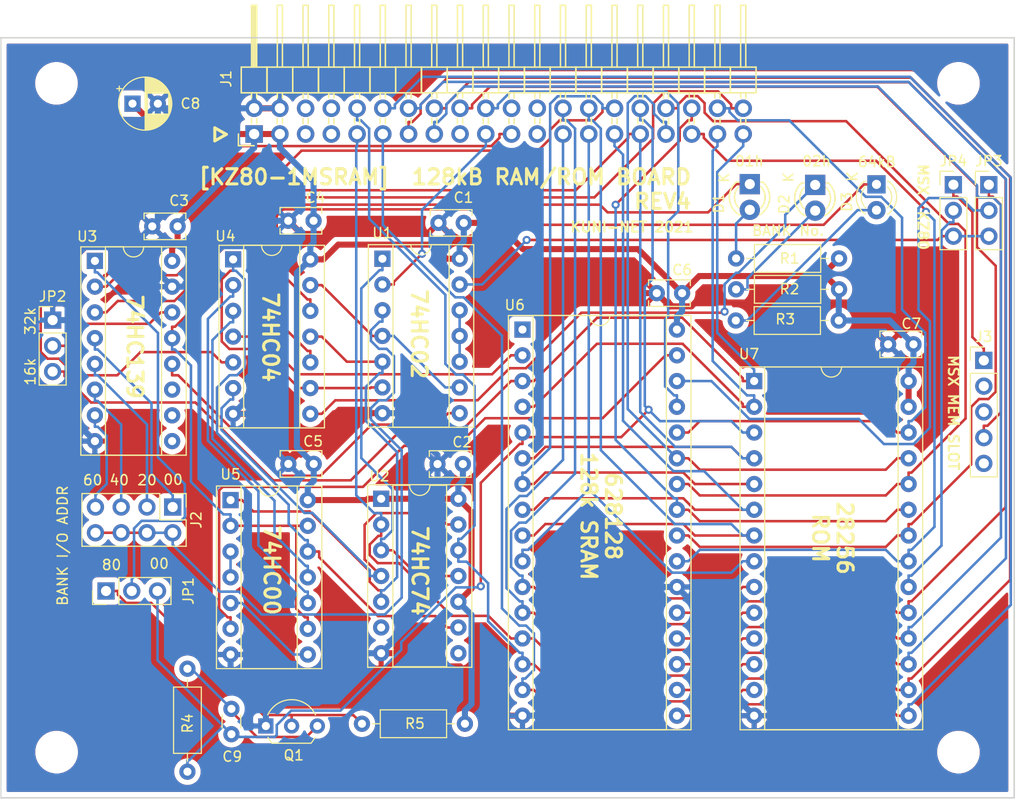
<source format=kicad_pcb>
(kicad_pcb (version 20171130) (host pcbnew "(5.1.4-0-10_14)")
  (layers (0 F.Cu signal) (31 B.Cu signal) (34 B.Paste user) (35 F.Paste user) (36 B.SilkS user) (37 F.SilkS user) (38 B.Mask user) (39 F.Mask user) (44 Edge.Cuts user))
  (net 0 "")
  (net 1 "Net-(D1-Pad1)")
  (net 2 "Net-(D1-Pad2)")
  (net 3 "Net-(D2-Pad1)")
  (net 4 "Net-(D2-Pad2)")
  (net 5 VCC)
  (net 6 GND)
  (net 7 /D0)
  (net 8 /D1)
  (net 9 /D2)
  (net 10 /D3)
  (net 11 /D4)
  (net 12 /D5)
  (net 13 /D6)
  (net 14 /D7)
  (net 15 ~MEMRD)
  (net 16 ~IOWR)
  (net 17 ~MEMWR)
  (net 18 /A0)
  (net 19 /A1)
  (net 20 /A2)
  (net 21 /A3)
  (net 22 /A4)
  (net 23 /A5)
  (net 24 /A6)
  (net 25 /A8)
  (net 26 /A9)
  (net 27 /A10)
  (net 28 /A11)
  (net 29 /A12)
  (net 30 /A13)
  (net 31 /A14)
  (net 32 /A15)
  (net 33 "Net-(U1-Pad1)")
  (net 34 /DA1)
  (net 35 /DA0)
  (net 36 "Net-(U4-Pad2)")
  (net 37 "Net-(U4-Pad3)")
  (net 38 /MEMA16)
  (net 39 "Net-(U5-Pad5)")
  (net 40 "Net-(U5-Pad3)")
  (net 41 /MEMA15)
  (net 42 "Net-(D3-Pad2)")
  (net 43 RES)
  (net 44 "Net-(U2-Pad13)")
  (net 45 "Net-(D3-Pad1)")
  (net 46 "Net-(J2-Pad1)")
  (net 47 "Net-(U1-Pad8)")
  (net 48 "Net-(J2-Pad3)")
  (net 49 "Net-(J2-Pad5)")
  (net 50 "Net-(J2-Pad7)")
  (net 51 "Net-(U1-Pad4)")
  (net 52 "Net-(J2-Pad2)")
  (net 53 "Net-(U1-Pad10)")
  (net 54 "Net-(JP1-Pad1)")
  (net 55 A7)
  (net 56 ADDR_SEL)
  (net 57 "Net-(C9-Pad1)")
  (net 58 "Net-(JP2-Pad2)")
  (net 59 "Net-(J3-Pad4)")
  (net 60 "Net-(J3-Pad1)")
  (net 61 "Net-(JP3-Pad3)")
  (net 62 "Net-(JP3-Pad2)")
  (net 63 "Net-(JP4-Pad2)")
  (module Connector_PinHeader_2.54mm:PinHeader_1x03_P2.54mm_Vertical (layer F.Cu) (at 194 74.5)
    (fp_text reference JP4 (at 0 -2.33) (layer F.SilkS))
    (fp_text value ROMCSJP)
    (pad 3 thru_hole oval (at 0 5.08) (size 1.7 1.7) (drill 1) (layers *.Cu *.Mask) (net 61 "Net-(JP3-Pad3)"))
    (pad 2 thru_hole oval (at 0 2.54) (size 1.7 1.7) (drill 1) (layers *.Cu *.Mask) (net 63 "Net-(JP4-Pad2)"))
    (pad 1 thru_hole rect (at 0 0) (size 1.7 1.7) (drill 1) (layers *.Cu *.Mask) (net 60 "Net-(J3-Pad1)"))
  )
  (module Connector_PinHeader_2.54mm:PinHeader_1x03_P2.54mm_Vertical (layer F.Cu) (at 197.5 74.5)
    (fp_text reference JP3 (at 0 -2.33) (layer F.SilkS))
    (fp_text value RAMCSJP)
    (pad 3 thru_hole oval (at 0 5.08) (size 1.7 1.7) (drill 1) (layers *.Cu *.Mask) (net 61 "Net-(JP3-Pad3)"))
    (pad 2 thru_hole oval (at 0 2.54) (size 1.7 1.7) (drill 1) (layers *.Cu *.Mask) (net 62 "Net-(JP3-Pad2)"))
    (pad 1 thru_hole rect (at 0 0) (size 1.7 1.7) (drill 1) (layers *.Cu *.Mask) (net 59 "Net-(J3-Pad4)"))
  )
  (module Connector_PinHeader_2.54mm:PinHeader_1x05_P2.54mm_Vertical (layer F.Cu) (at 197 91.84)
    (fp_text reference J3 (at 0 -2.33) (layer F.SilkS))
    (fp_text value "MSX SLOT")
    (pad 5 thru_hole oval (at 0 10.16) (size 1.7 1.7) (drill 1) (layers *.Cu *.Mask))
    (pad 4 thru_hole oval (at 0 7.62) (size 1.7 1.7) (drill 1) (layers *.Cu *.Mask) (net 59 "Net-(J3-Pad4)"))
    (pad 3 thru_hole oval (at 0 5.08) (size 1.7 1.7) (drill 1) (layers *.Cu *.Mask))
    (pad 2 thru_hole oval (at 0 2.54) (size 1.7 1.7) (drill 1) (layers *.Cu *.Mask))
    (pad 1 thru_hole rect (at 0 0) (size 1.7 1.7) (drill 1) (layers *.Cu *.Mask) (net 60 "Net-(J3-Pad1)"))
  )
  (module Connector_PinHeader_2.54mm:PinHeader_1x03_P2.54mm_Vertical (layer F.Cu) (at 105.12 87.86)
    (fp_text reference JP2 (at 0 -2.33) (layer F.SilkS))
    (fp_text value 16k/32k)
    (pad 1 thru_hole rect (at 0 0) (size 1.7 1.7) (drill 1) (layers *.Cu *.Mask) (net 6 GND))
    (pad 2 thru_hole oval (at 0 2.54) (size 1.7 1.7) (drill 1) (layers *.Cu *.Mask) (net 58 "Net-(JP2-Pad2)"))
    (pad 3 thru_hole oval (at 0 5.08) (size 1.7 1.7) (drill 1) (layers *.Cu *.Mask) (net 31 /A14))
  )
  (module Capacitor_THT:C_Disc_D3.0mm_W1.6mm_P2.50mm (layer F.Cu) (at 122.761 126.22 270)
    (fp_text reference C9 (at 4.71 -0.079) (layer F.SilkS))
    (fp_text value 22p)
    (pad 1 thru_hole circle (at 0 0 270) (size 1.6 1.6) (drill 0.8) (layers *.Cu *.Mask) (net 57 "Net-(C9-Pad1)"))
    (pad 2 thru_hole circle (at 2.5 0 270) (size 1.6 1.6) (drill 0.8) (layers *.Cu *.Mask) (net 55 A7))
  )
  (module Connector_PinHeader_2.54mm:PinHeader_1x03_P2.54mm_Vertical (layer F.Cu) (at 110.387 114.59 90)
    (fp_text reference JP1 (at 0 8.128 90) (layer F.SilkS))
    (fp_text value A7_Jumper)
    (pad 1 thru_hole rect (at 0 0 90) (size 1.7 1.7) (drill 1) (layers *.Cu *.Mask) (net 54 "Net-(JP1-Pad1)"))
    (pad 2 thru_hole oval (at 0 2.54 90) (size 1.7 1.7) (drill 1) (layers *.Cu *.Mask) (net 56 ADDR_SEL))
    (pad 3 thru_hole oval (at 0 5.08 90) (size 1.7 1.7) (drill 1) (layers *.Cu *.Mask) (net 55 A7))
  )
  (module Package_TO_SOT_THT:TO-92L_Inline_Wide (layer F.Cu) (at 126.16 127.91)
    (fp_text reference Q1 (at 2.75 2.89) (layer F.SilkS))
    (fp_text value 2SC1815)
    (pad 2 thru_hole circle (at 2.54 0 90) (size 1.5 1.5) (drill 0.8) (layers *.Cu *.Mask) (net 54 "Net-(JP1-Pad1)"))
    (pad 3 thru_hole circle (at 5.08 0 90) (size 1.5 1.5) (drill 0.8) (layers *.Cu *.Mask) (net 57 "Net-(C9-Pad1)"))
    (pad 1 thru_hole rect (at 0 0 90) (size 1.5 1.5) (drill 0.8) (layers *.Cu *.Mask) (net 6 GND))
  )
  (module Resistor_THT:R_Axial_DIN0207_L6.3mm_D2.5mm_P10.16mm_Horizontal (layer F.Cu) (at 182.718 81.776 180)
    (fp_text reference R1 (at 4.888 0 180) (layer F.SilkS))
    (fp_text value 1k)
    (pad 2 thru_hole oval (at 10.16 0 180) (size 1.6 1.6) (drill 0.8) (layers *.Cu *.Mask) (net 2 "Net-(D1-Pad2)"))
    (pad 1 thru_hole circle (at 0 0 180) (size 1.6 1.6) (drill 0.8) (layers *.Cu *.Mask) (net 5 VCC))
  )
  (module Resistor_THT:R_Axial_DIN0207_L6.3mm_D2.5mm_P10.16mm_Horizontal (layer F.Cu) (at 182.718 84.824 180)
    (fp_text reference R2 (at 4.888 0.024 180) (layer F.SilkS))
    (fp_text value 1k)
    (pad 1 thru_hole circle (at 0 0 180) (size 1.6 1.6) (drill 0.8) (layers *.Cu *.Mask) (net 5 VCC))
    (pad 2 thru_hole oval (at 10.16 0 180) (size 1.6 1.6) (drill 0.8) (layers *.Cu *.Mask) (net 4 "Net-(D2-Pad2)"))
  )
  (module Resistor_THT:R_Axial_DIN0207_L6.3mm_D2.5mm_P10.16mm_Horizontal (layer F.Cu) (at 118.42 122.26 270)
    (fp_text reference R4 (at 5.395 -0.015 90) (layer F.SilkS))
    (fp_text value 100k)
    (pad 2 thru_hole oval (at 10.16 0 270) (size 1.6 1.6) (drill 0.8) (layers *.Cu *.Mask) (net 55 A7))
    (pad 1 thru_hole circle (at 0 0 270) (size 1.6 1.6) (drill 0.8) (layers *.Cu *.Mask) (net 57 "Net-(C9-Pad1)"))
  )
  (module Resistor_THT:R_Axial_DIN0207_L6.3mm_D2.5mm_P10.16mm_Horizontal (layer F.Cu) (at 135.64 127.69)
    (fp_text reference R5 (at 5.22224 -0.015) (layer F.SilkS))
    (fp_text value 1k)
    (pad 1 thru_hole circle (at 0 0) (size 1.6 1.6) (drill 0.8) (layers *.Cu *.Mask) (net 54 "Net-(JP1-Pad1)"))
    (pad 2 thru_hole oval (at 10.16 0) (size 1.6 1.6) (drill 0.8) (layers *.Cu *.Mask) (net 5 VCC))
  )
  (module Connector_PinHeader_2.54mm:PinHeader_2x04_P2.54mm_Vertical (layer F.Cu) (at 116.964 106.305 270)
    (fp_text reference J2 (at 1.27 -2.33 270) (layer F.SilkS))
    (fp_text value "I/O ADDR SEL")
    (pad 1 thru_hole rect (at 0 0 270) (size 1.7 1.7) (drill 1) (layers *.Cu *.Mask) (net 46 "Net-(J2-Pad1)"))
    (pad 2 thru_hole oval (at 2.54 0 270) (size 1.7 1.7) (drill 1) (layers *.Cu *.Mask) (net 52 "Net-(J2-Pad2)"))
    (pad 3 thru_hole oval (at 0 2.54 270) (size 1.7 1.7) (drill 1) (layers *.Cu *.Mask) (net 48 "Net-(J2-Pad3)"))
    (pad 4 thru_hole oval (at 2.54 2.54 270) (size 1.7 1.7) (drill 1) (layers *.Cu *.Mask) (net 52 "Net-(J2-Pad2)"))
    (pad 5 thru_hole oval (at 0 5.08 270) (size 1.7 1.7) (drill 1) (layers *.Cu *.Mask) (net 49 "Net-(J2-Pad5)"))
    (pad 6 thru_hole oval (at 2.54 5.08 270) (size 1.7 1.7) (drill 1) (layers *.Cu *.Mask) (net 52 "Net-(J2-Pad2)"))
    (pad 7 thru_hole oval (at 0 7.62 270) (size 1.7 1.7) (drill 1) (layers *.Cu *.Mask) (net 50 "Net-(J2-Pad7)"))
    (pad 8 thru_hole oval (at 2.54 7.62 270) (size 1.7 1.7) (drill 1) (layers *.Cu *.Mask) (net 52 "Net-(J2-Pad2)"))
  )
  (module LED_THT:LED_D3.0mm (layer F.Cu) (at 186.41 74.47 270)
    (fp_text reference D3 (at 1.73 2.92 270) (layer F.SilkS))
    (fp_text value LED)
    (pad 1 thru_hole rect (at 0 0 270) (size 1.8 1.8) (drill 0.9) (layers *.Cu *.Mask) (net 45 "Net-(D3-Pad1)"))
    (pad 2 thru_hole circle (at 2.54 0 270) (size 1.8 1.8) (drill 0.9) (layers *.Cu *.Mask) (net 42 "Net-(D3-Pad2)"))
  )
  (module Package_DIP:DIP-14_W7.62mm_Socket (layer F.Cu) (at 137.534 105.49)
    (fp_text reference U2 (at -0.17 -2.23) (layer F.SilkS))
    (fp_text value 74HC74)
    (pad 1 thru_hole rect (at 0 0) (size 1.6 1.6) (drill 0.8) (layers *.Cu *.Mask) (net 5 VCC))
    (pad 8 thru_hole oval (at 7.62 15.24) (size 1.6 1.6) (drill 0.8) (layers *.Cu *.Mask))
    (pad 2 thru_hole oval (at 0 2.54) (size 1.6 1.6) (drill 0.8) (layers *.Cu *.Mask) (net 7 /D0))
    (pad 9 thru_hole oval (at 7.62 12.7) (size 1.6 1.6) (drill 0.8) (layers *.Cu *.Mask) (net 34 /DA1))
    (pad 3 thru_hole oval (at 0 5.08) (size 1.6 1.6) (drill 0.8) (layers *.Cu *.Mask) (net 33 "Net-(U1-Pad1)"))
    (pad 10 thru_hole oval (at 7.62 10.16) (size 1.6 1.6) (drill 0.8) (layers *.Cu *.Mask) (net 5 VCC))
    (pad 4 thru_hole oval (at 0 7.62) (size 1.6 1.6) (drill 0.8) (layers *.Cu *.Mask) (net 44 "Net-(U2-Pad13)"))
    (pad 11 thru_hole oval (at 7.62 7.62) (size 1.6 1.6) (drill 0.8) (layers *.Cu *.Mask) (net 33 "Net-(U1-Pad1)"))
    (pad 5 thru_hole oval (at 0 10.16) (size 1.6 1.6) (drill 0.8) (layers *.Cu *.Mask) (net 35 /DA0))
    (pad 12 thru_hole oval (at 7.62 5.08) (size 1.6 1.6) (drill 0.8) (layers *.Cu *.Mask) (net 8 /D1))
    (pad 6 thru_hole oval (at 0 12.7) (size 1.6 1.6) (drill 0.8) (layers *.Cu *.Mask))
    (pad 13 thru_hole oval (at 7.62 2.54) (size 1.6 1.6) (drill 0.8) (layers *.Cu *.Mask) (net 44 "Net-(U2-Pad13)"))
    (pad 7 thru_hole oval (at 0 15.24) (size 1.6 1.6) (drill 0.8) (layers *.Cu *.Mask) (net 6 GND))
    (pad 14 thru_hole oval (at 7.62 0) (size 1.6 1.6) (drill 0.8) (layers *.Cu *.Mask) (net 5 VCC))
  )
  (module Resistor_THT:R_Axial_DIN0207_L6.3mm_D2.5mm_P10.16mm_Horizontal (layer F.Cu) (at 182.69 87.9 180)
    (fp_text reference R3 (at 5.28 0.127) (layer F.SilkS))
    (fp_text value 1k)
    (pad 1 thru_hole circle (at 0 0 180) (size 1.6 1.6) (drill 0.8) (layers *.Cu *.Mask) (net 5 VCC))
    (pad 2 thru_hole oval (at 10.16 0 180) (size 1.6 1.6) (drill 0.8) (layers *.Cu *.Mask) (net 42 "Net-(D3-Pad2)"))
  )
  (module Housings_DIP:DIP-28_W15.24mm_Socket (layer F.Cu) (at 174.34 93.875)
    (fp_text reference U7 (at -0.508 -2.667) (layer F.SilkS))
    (fp_text value 28C256)
    (pad 1 thru_hole rect (at 0 0) (size 1.6 1.6) (drill 0.8) (layers *.Cu *.Mask) (net 31 /A14))
    (pad 15 thru_hole oval (at 15.24 33.02) (size 1.6 1.6) (drill 0.8) (layers *.Cu *.Mask) (net 10 /D3))
    (pad 2 thru_hole oval (at 0 2.54) (size 1.6 1.6) (drill 0.8) (layers *.Cu *.Mask) (net 29 /A12))
    (pad 16 thru_hole oval (at 15.24 30.48) (size 1.6 1.6) (drill 0.8) (layers *.Cu *.Mask) (net 11 /D4))
    (pad 3 thru_hole oval (at 0 5.08) (size 1.6 1.6) (drill 0.8) (layers *.Cu *.Mask) (net 55 A7))
    (pad 17 thru_hole oval (at 15.24 27.94) (size 1.6 1.6) (drill 0.8) (layers *.Cu *.Mask) (net 12 /D5))
    (pad 4 thru_hole oval (at 0 7.62) (size 1.6 1.6) (drill 0.8) (layers *.Cu *.Mask) (net 24 /A6))
    (pad 18 thru_hole oval (at 15.24 25.4) (size 1.6 1.6) (drill 0.8) (layers *.Cu *.Mask) (net 13 /D6))
    (pad 5 thru_hole oval (at 0 10.16) (size 1.6 1.6) (drill 0.8) (layers *.Cu *.Mask) (net 23 /A5))
    (pad 19 thru_hole oval (at 15.24 22.86) (size 1.6 1.6) (drill 0.8) (layers *.Cu *.Mask) (net 14 /D7))
    (pad 6 thru_hole oval (at 0 12.7) (size 1.6 1.6) (drill 0.8) (layers *.Cu *.Mask) (net 22 /A4))
    (pad 20 thru_hole oval (at 15.24 20.32) (size 1.6 1.6) (drill 0.8) (layers *.Cu *.Mask) (net 63 "Net-(JP4-Pad2)"))
    (pad 7 thru_hole oval (at 0 15.24) (size 1.6 1.6) (drill 0.8) (layers *.Cu *.Mask) (net 21 /A3))
    (pad 21 thru_hole oval (at 15.24 17.78) (size 1.6 1.6) (drill 0.8) (layers *.Cu *.Mask) (net 27 /A10))
    (pad 8 thru_hole oval (at 0 17.78) (size 1.6 1.6) (drill 0.8) (layers *.Cu *.Mask) (net 20 /A2))
    (pad 22 thru_hole oval (at 15.24 15.24) (size 1.6 1.6) (drill 0.8) (layers *.Cu *.Mask) (net 15 ~MEMRD))
    (pad 9 thru_hole oval (at 0 20.32) (size 1.6 1.6) (drill 0.8) (layers *.Cu *.Mask) (net 19 /A1))
    (pad 23 thru_hole oval (at 15.24 12.7) (size 1.6 1.6) (drill 0.8) (layers *.Cu *.Mask) (net 28 /A11))
    (pad 10 thru_hole oval (at 0 22.86) (size 1.6 1.6) (drill 0.8) (layers *.Cu *.Mask) (net 18 /A0))
    (pad 24 thru_hole oval (at 15.24 10.16) (size 1.6 1.6) (drill 0.8) (layers *.Cu *.Mask) (net 26 /A9))
    (pad 11 thru_hole oval (at 0 25.4) (size 1.6 1.6) (drill 0.8) (layers *.Cu *.Mask) (net 7 /D0))
    (pad 25 thru_hole oval (at 15.24 7.62) (size 1.6 1.6) (drill 0.8) (layers *.Cu *.Mask) (net 25 /A8))
    (pad 12 thru_hole oval (at 0 27.94) (size 1.6 1.6) (drill 0.8) (layers *.Cu *.Mask) (net 8 /D1))
    (pad 26 thru_hole oval (at 15.24 5.08) (size 1.6 1.6) (drill 0.8) (layers *.Cu *.Mask) (net 30 /A13))
    (pad 13 thru_hole oval (at 0 30.48) (size 1.6 1.6) (drill 0.8) (layers *.Cu *.Mask) (net 9 /D2))
    (pad 27 thru_hole oval (at 15.24 2.54) (size 1.6 1.6) (drill 0.8) (layers *.Cu *.Mask) (net 5 VCC))
    (pad 14 thru_hole oval (at 0 33.02) (size 1.6 1.6) (drill 0.8) (layers *.Cu *.Mask) (net 6 GND))
    (pad 28 thru_hole oval (at 15.24 0) (size 1.6 1.6) (drill 0.8) (layers *.Cu *.Mask) (net 5 VCC))
  )
  (module Pin_Headers:Pin_Header_Angled_2x20 (layer F.Cu) (at 125 69.5 90)
    (fp_text reference J1 (at 5.45 -2.76 270) (layer F.SilkS))
    (fp_text value "SBC8080 BUS")
    (pad 1 thru_hole rect (at 0 0 90) (size 1.7272 1.7272) (drill 1.016) (layers *.Cu *.Mask) (net 5 VCC))
    (pad 2 thru_hole oval (at 2.54 0 90) (size 1.7272 1.7272) (drill 1.016) (layers *.Cu *.Mask) (net 6 GND))
    (pad 3 thru_hole oval (at 0 2.54 90) (size 1.7272 1.7272) (drill 1.016) (layers *.Cu *.Mask) (net 5 VCC))
    (pad 4 thru_hole oval (at 2.54 2.54 90) (size 1.7272 1.7272) (drill 1.016) (layers *.Cu *.Mask) (net 6 GND))
    (pad 5 thru_hole oval (at 0 5.08 90) (size 1.7272 1.7272) (drill 1.016) (layers *.Cu *.Mask))
    (pad 6 thru_hole oval (at 2.54 5.08 90) (size 1.7272 1.7272) (drill 1.016) (layers *.Cu *.Mask))
    (pad 7 thru_hole oval (at 0 7.62 90) (size 1.7272 1.7272) (drill 1.016) (layers *.Cu *.Mask))
    (pad 8 thru_hole oval (at 2.54 7.62 90) (size 1.7272 1.7272) (drill 1.016) (layers *.Cu *.Mask))
    (pad 9 thru_hole oval (at 0 10.16 90) (size 1.7272 1.7272) (drill 1.016) (layers *.Cu *.Mask) (net 7 /D0))
    (pad 10 thru_hole oval (at 2.54 10.16 90) (size 1.7272 1.7272) (drill 1.016) (layers *.Cu *.Mask) (net 8 /D1))
    (pad 11 thru_hole oval (at 0 12.7 90) (size 1.7272 1.7272) (drill 1.016) (layers *.Cu *.Mask) (net 9 /D2))
    (pad 12 thru_hole oval (at 2.54 12.7 90) (size 1.7272 1.7272) (drill 1.016) (layers *.Cu *.Mask) (net 10 /D3))
    (pad 13 thru_hole oval (at 0 15.24 90) (size 1.7272 1.7272) (drill 1.016) (layers *.Cu *.Mask) (net 11 /D4))
    (pad 14 thru_hole oval (at 2.54 15.24 90) (size 1.7272 1.7272) (drill 1.016) (layers *.Cu *.Mask) (net 12 /D5))
    (pad 15 thru_hole oval (at 0 17.78 90) (size 1.7272 1.7272) (drill 1.016) (layers *.Cu *.Mask) (net 13 /D6))
    (pad 16 thru_hole oval (at 2.54 17.78 90) (size 1.7272 1.7272) (drill 1.016) (layers *.Cu *.Mask) (net 14 /D7))
    (pad 17 thru_hole oval (at 0 20.32 90) (size 1.7272 1.7272) (drill 1.016) (layers *.Cu *.Mask))
    (pad 18 thru_hole oval (at 2.54 20.32 90) (size 1.7272 1.7272) (drill 1.016) (layers *.Cu *.Mask) (net 15 ~MEMRD))
    (pad 19 thru_hole oval (at 0 22.86 90) (size 1.7272 1.7272) (drill 1.016) (layers *.Cu *.Mask) (net 16 ~IOWR))
    (pad 20 thru_hole oval (at 2.54 22.86 90) (size 1.7272 1.7272) (drill 1.016) (layers *.Cu *.Mask) (net 17 ~MEMWR))
    (pad 21 thru_hole oval (at 0 25.4 90) (size 1.7272 1.7272) (drill 1.016) (layers *.Cu *.Mask) (net 43 RES))
    (pad 22 thru_hole oval (at 2.54 25.4 90) (size 1.7272 1.7272) (drill 1.016) (layers *.Cu *.Mask))
    (pad 23 thru_hole oval (at 0 27.94 90) (size 1.7272 1.7272) (drill 1.016) (layers *.Cu *.Mask))
    (pad 24 thru_hole oval (at 2.54 27.94 90) (size 1.7272 1.7272) (drill 1.016) (layers *.Cu *.Mask))
    (pad 25 thru_hole oval (at 0 30.48 90) (size 1.7272 1.7272) (drill 1.016) (layers *.Cu *.Mask) (net 18 /A0))
    (pad 26 thru_hole oval (at 2.54 30.48 90) (size 1.7272 1.7272) (drill 1.016) (layers *.Cu *.Mask) (net 19 /A1))
    (pad 27 thru_hole oval (at 0 33.02 90) (size 1.7272 1.7272) (drill 1.016) (layers *.Cu *.Mask) (net 20 /A2))
    (pad 28 thru_hole oval (at 2.54 33.02 90) (size 1.7272 1.7272) (drill 1.016) (layers *.Cu *.Mask) (net 21 /A3))
    (pad 29 thru_hole oval (at 0 35.56 90) (size 1.7272 1.7272) (drill 1.016) (layers *.Cu *.Mask) (net 22 /A4))
    (pad 30 thru_hole oval (at 2.54 35.56 90) (size 1.7272 1.7272) (drill 1.016) (layers *.Cu *.Mask) (net 23 /A5))
    (pad 31 thru_hole oval (at 0 38.1 90) (size 1.7272 1.7272) (drill 1.016) (layers *.Cu *.Mask) (net 24 /A6))
    (pad 32 thru_hole oval (at 2.54 38.1 90) (size 1.7272 1.7272) (drill 1.016) (layers *.Cu *.Mask) (net 55 A7))
    (pad 33 thru_hole oval (at 0 40.64 90) (size 1.7272 1.7272) (drill 1.016) (layers *.Cu *.Mask) (net 25 /A8))
    (pad 34 thru_hole oval (at 2.54 40.64 90) (size 1.7272 1.7272) (drill 1.016) (layers *.Cu *.Mask) (net 26 /A9))
    (pad 35 thru_hole oval (at 0 43.18 90) (size 1.7272 1.7272) (drill 1.016) (layers *.Cu *.Mask) (net 27 /A10))
    (pad 36 thru_hole oval (at 2.54 43.18 90) (size 1.7272 1.7272) (drill 1.016) (layers *.Cu *.Mask) (net 28 /A11))
    (pad 37 thru_hole oval (at 0 45.72 90) (size 1.7272 1.7272) (drill 1.016) (layers *.Cu *.Mask) (net 29 /A12))
    (pad 38 thru_hole oval (at 2.54 45.72 90) (size 1.7272 1.7272) (drill 1.016) (layers *.Cu *.Mask) (net 30 /A13))
    (pad 39 thru_hole oval (at 0 48.26 90) (size 1.7272 1.7272) (drill 1.016) (layers *.Cu *.Mask) (net 31 /A14))
    (pad 40 thru_hole oval (at 2.54 48.26 90) (size 1.7272 1.7272) (drill 1.016) (layers *.Cu *.Mask) (net 32 /A15))
  )
  (module LEDs:LED-3MM (layer F.Cu) (at 173.91 74.442 270)
    (fp_text reference D1 (at 1.91 3.06 270) (layer F.SilkS))
    (fp_text value LED)
    (fp_text user K (at -0.635 2.54 270) (layer F.SilkS))
    (pad 1 thru_hole rect (at 0 0) (size 2 2) (drill 1.00076) (layers *.Cu *.Mask) (net 1 "Net-(D1-Pad1)"))
    (pad 2 thru_hole circle (at 2.54 0 270) (size 2 2) (drill 1.00076) (layers *.Cu *.Mask) (net 2 "Net-(D1-Pad2)"))
  )
  (module LEDs:LED-3MM (layer F.Cu) (at 180.36 74.522 270)
    (fp_text reference D2 (at 1.91 3.06 270) (layer F.SilkS))
    (fp_text value LED)
    (fp_text user K (at -0.76 2.63 270) (layer F.SilkS))
    (pad 1 thru_hole rect (at 0 0) (size 2 2) (drill 1.00076) (layers *.Cu *.Mask) (net 3 "Net-(D2-Pad1)"))
    (pad 2 thru_hole circle (at 2.54 0 270) (size 2 2) (drill 1.00076) (layers *.Cu *.Mask) (net 4 "Net-(D2-Pad2)"))
  )
  (module Housings_DIP:DIP-14_W7.62mm_Socket (layer F.Cu) (at 137.66 81.805)
    (fp_text reference U1 (at 0 -2.54) (layer F.SilkS))
    (fp_text value 74HC02)
    (pad 1 thru_hole rect (at 0 0) (size 1.6 1.6) (drill 0.8) (layers *.Cu *.Mask) (net 33 "Net-(U1-Pad1)"))
    (pad 8 thru_hole oval (at 7.62 15.24) (size 1.6 1.6) (drill 0.8) (layers *.Cu *.Mask) (net 47 "Net-(U1-Pad8)"))
    (pad 2 thru_hole oval (at 0 2.54) (size 1.6 1.6) (drill 0.8) (layers *.Cu *.Mask) (net 16 ~IOWR))
    (pad 9 thru_hole oval (at 7.62 12.7) (size 1.6 1.6) (drill 0.8) (layers *.Cu *.Mask) (net 51 "Net-(U1-Pad4)"))
    (pad 3 thru_hole oval (at 0 5.08) (size 1.6 1.6) (drill 0.8) (layers *.Cu *.Mask) (net 52 "Net-(J2-Pad2)"))
    (pad 10 thru_hole oval (at 7.62 10.16) (size 1.6 1.6) (drill 0.8) (layers *.Cu *.Mask) (net 53 "Net-(U1-Pad10)"))
    (pad 4 thru_hole oval (at 0 7.62) (size 1.6 1.6) (drill 0.8) (layers *.Cu *.Mask) (net 51 "Net-(U1-Pad4)"))
    (pad 11 thru_hole oval (at 7.62 7.62) (size 1.6 1.6) (drill 0.8) (layers *.Cu *.Mask) (net 53 "Net-(U1-Pad10)"))
    (pad 5 thru_hole oval (at 0 10.16) (size 1.6 1.6) (drill 0.8) (layers *.Cu *.Mask) (net 35 /DA0))
    (pad 12 thru_hole oval (at 7.62 5.08) (size 1.6 1.6) (drill 0.8) (layers *.Cu *.Mask) (net 53 "Net-(U1-Pad10)"))
    (pad 6 thru_hole oval (at 0 12.7) (size 1.6 1.6) (drill 0.8) (layers *.Cu *.Mask) (net 34 /DA1))
    (pad 13 thru_hole oval (at 7.62 2.54) (size 1.6 1.6) (drill 0.8) (layers *.Cu *.Mask) (net 61 "Net-(JP3-Pad3)"))
    (pad 7 thru_hole oval (at 0 15.24) (size 1.6 1.6) (drill 0.8) (layers *.Cu *.Mask) (net 6 GND))
    (pad 14 thru_hole oval (at 7.62 0) (size 1.6 1.6) (drill 0.8) (layers *.Cu *.Mask) (net 5 VCC))
  )
  (module Housings_DIP:DIP-16_W7.62mm_Socket (layer F.Cu) (at 109.29 82.02)
    (fp_text reference U3 (at -0.762 -2.413) (layer F.SilkS))
    (fp_text value 74HC139)
    (pad 1 thru_hole rect (at 0 0) (size 1.6 1.6) (drill 0.8) (layers *.Cu *.Mask) (net 56 ADDR_SEL))
    (pad 9 thru_hole oval (at 7.62 17.78) (size 1.6 1.6) (drill 0.8) (layers *.Cu *.Mask))
    (pad 2 thru_hole oval (at 0 2.54) (size 1.6 1.6) (drill 0.8) (layers *.Cu *.Mask) (net 23 /A5))
    (pad 10 thru_hole oval (at 7.62 15.24) (size 1.6 1.6) (drill 0.8) (layers *.Cu *.Mask))
    (pad 3 thru_hole oval (at 0 5.08) (size 1.6 1.6) (drill 0.8) (layers *.Cu *.Mask) (net 24 /A6))
    (pad 11 thru_hole oval (at 7.62 12.7) (size 1.6 1.6) (drill 0.8) (layers *.Cu *.Mask))
    (pad 4 thru_hole oval (at 0 7.62) (size 1.6 1.6) (drill 0.8) (layers *.Cu *.Mask) (net 46 "Net-(J2-Pad1)"))
    (pad 12 thru_hole oval (at 7.62 10.16) (size 1.6 1.6) (drill 0.8) (layers *.Cu *.Mask) (net 47 "Net-(U1-Pad8)"))
    (pad 5 thru_hole oval (at 0 10.16) (size 1.6 1.6) (drill 0.8) (layers *.Cu *.Mask) (net 48 "Net-(J2-Pad3)"))
    (pad 13 thru_hole oval (at 7.62 7.62) (size 1.6 1.6) (drill 0.8) (layers *.Cu *.Mask) (net 32 /A15))
    (pad 6 thru_hole oval (at 0 12.7) (size 1.6 1.6) (drill 0.8) (layers *.Cu *.Mask) (net 49 "Net-(J2-Pad5)"))
    (pad 14 thru_hole oval (at 7.62 5.08) (size 1.6 1.6) (drill 0.8) (layers *.Cu *.Mask) (net 58 "Net-(JP2-Pad2)"))
    (pad 7 thru_hole oval (at 0 15.24) (size 1.6 1.6) (drill 0.8) (layers *.Cu *.Mask) (net 50 "Net-(J2-Pad7)"))
    (pad 15 thru_hole oval (at 7.62 2.54) (size 1.6 1.6) (drill 0.8) (layers *.Cu *.Mask) (net 6 GND))
    (pad 8 thru_hole oval (at 0 17.78) (size 1.6 1.6) (drill 0.8) (layers *.Cu *.Mask) (net 6 GND))
    (pad 16 thru_hole oval (at 7.62 0) (size 1.6 1.6) (drill 0.8) (layers *.Cu *.Mask) (net 5 VCC))
  )
  (module Housings_DIP:DIP-14_W7.62mm_Socket (layer F.Cu) (at 122.928 81.8685)
    (fp_text reference U4 (at -0.762 -2.286) (layer F.SilkS))
    (fp_text value 74HC04)
    (pad 1 thru_hole rect (at 0 0) (size 1.6 1.6) (drill 0.8) (layers *.Cu *.Mask) (net 34 /DA1))
    (pad 8 thru_hole oval (at 7.62 15.24) (size 1.6 1.6) (drill 0.8) (layers *.Cu *.Mask) (net 3 "Net-(D2-Pad1)"))
    (pad 2 thru_hole oval (at 0 2.54) (size 1.6 1.6) (drill 0.8) (layers *.Cu *.Mask) (net 36 "Net-(U4-Pad2)"))
    (pad 9 thru_hole oval (at 7.62 12.7) (size 1.6 1.6) (drill 0.8) (layers *.Cu *.Mask) (net 34 /DA1))
    (pad 3 thru_hole oval (at 0 5.08) (size 1.6 1.6) (drill 0.8) (layers *.Cu *.Mask) (net 37 "Net-(U4-Pad3)"))
    (pad 10 thru_hole oval (at 7.62 10.16) (size 1.6 1.6) (drill 0.8) (layers *.Cu *.Mask) (net 1 "Net-(D1-Pad1)"))
    (pad 4 thru_hole oval (at 0 7.62) (size 1.6 1.6) (drill 0.8) (layers *.Cu *.Mask) (net 38 /MEMA16))
    (pad 11 thru_hole oval (at 7.62 7.62) (size 1.6 1.6) (drill 0.8) (layers *.Cu *.Mask) (net 35 /DA0))
    (pad 5 thru_hole oval (at 0 10.16) (size 1.6 1.6) (drill 0.8) (layers *.Cu *.Mask) (net 43 RES))
    (pad 12 thru_hole oval (at 7.62 5.08) (size 1.6 1.6) (drill 0.8) (layers *.Cu *.Mask) (net 45 "Net-(D3-Pad1)"))
    (pad 6 thru_hole oval (at 0 12.7) (size 1.6 1.6) (drill 0.8) (layers *.Cu *.Mask) (net 44 "Net-(U2-Pad13)"))
    (pad 13 thru_hole oval (at 7.62 2.54) (size 1.6 1.6) (drill 0.8) (layers *.Cu *.Mask) (net 51 "Net-(U1-Pad4)"))
    (pad 7 thru_hole oval (at 0 15.24) (size 1.6 1.6) (drill 0.8) (layers *.Cu *.Mask) (net 6 GND))
    (pad 14 thru_hole oval (at 7.62 0) (size 1.6 1.6) (drill 0.8) (layers *.Cu *.Mask) (net 5 VCC))
  )
  (module Housings_DIP:DIP-14_W7.62mm_Socket (layer F.Cu) (at 122.674 105.618)
    (fp_text reference U5 (at 0 -2.54) (layer F.SilkS))
    (fp_text value 74HC00)
    (pad 1 thru_hole rect (at 0 0) (size 1.6 1.6) (drill 0.8) (layers *.Cu *.Mask) (net 35 /DA0))
    (pad 8 thru_hole oval (at 7.62 15.24) (size 1.6 1.6) (drill 0.8) (layers *.Cu *.Mask) (net 39 "Net-(U5-Pad5)"))
    (pad 2 thru_hole oval (at 0 2.54) (size 1.6 1.6) (drill 0.8) (layers *.Cu *.Mask) (net 32 /A15))
    (pad 9 thru_hole oval (at 7.62 12.7) (size 1.6 1.6) (drill 0.8) (layers *.Cu *.Mask) (net 32 /A15))
    (pad 3 thru_hole oval (at 0 5.08) (size 1.6 1.6) (drill 0.8) (layers *.Cu *.Mask) (net 40 "Net-(U5-Pad3)"))
    (pad 10 thru_hole oval (at 7.62 10.16) (size 1.6 1.6) (drill 0.8) (layers *.Cu *.Mask) (net 36 "Net-(U4-Pad2)"))
    (pad 4 thru_hole oval (at 0 7.62) (size 1.6 1.6) (drill 0.8) (layers *.Cu *.Mask) (net 40 "Net-(U5-Pad3)"))
    (pad 11 thru_hole oval (at 7.62 7.62) (size 1.6 1.6) (drill 0.8) (layers *.Cu *.Mask) (net 37 "Net-(U4-Pad3)"))
    (pad 5 thru_hole oval (at 0 10.16) (size 1.6 1.6) (drill 0.8) (layers *.Cu *.Mask) (net 39 "Net-(U5-Pad5)"))
    (pad 12 thru_hole oval (at 7.62 5.08) (size 1.6 1.6) (drill 0.8) (layers *.Cu *.Mask) (net 34 /DA1))
    (pad 6 thru_hole oval (at 0 12.7) (size 1.6 1.6) (drill 0.8) (layers *.Cu *.Mask) (net 41 /MEMA15))
    (pad 13 thru_hole oval (at 7.62 2.54) (size 1.6 1.6) (drill 0.8) (layers *.Cu *.Mask) (net 32 /A15))
    (pad 7 thru_hole oval (at 0 15.24) (size 1.6 1.6) (drill 0.8) (layers *.Cu *.Mask) (net 6 GND))
    (pad 14 thru_hole oval (at 7.62 0) (size 1.6 1.6) (drill 0.8) (layers *.Cu *.Mask) (net 5 VCC))
  )
  (module Housings_DIP:DIP-32_W15.24mm_Socket (layer F.Cu) (at 151.48 88.795)
    (fp_text reference U6 (at -0.762 -2.413) (layer F.SilkS))
    (fp_text value 628128)
    (pad 1 thru_hole rect (at 0 0) (size 1.6 1.6) (drill 0.8) (layers *.Cu *.Mask))
    (pad 17 thru_hole oval (at 15.24 38.1) (size 1.6 1.6) (drill 0.8) (layers *.Cu *.Mask) (net 10 /D3))
    (pad 2 thru_hole oval (at 0 2.54) (size 1.6 1.6) (drill 0.8) (layers *.Cu *.Mask) (net 38 /MEMA16))
    (pad 18 thru_hole oval (at 15.24 35.56) (size 1.6 1.6) (drill 0.8) (layers *.Cu *.Mask) (net 11 /D4))
    (pad 3 thru_hole oval (at 0 5.08) (size 1.6 1.6) (drill 0.8) (layers *.Cu *.Mask) (net 31 /A14))
    (pad 19 thru_hole oval (at 15.24 33.02) (size 1.6 1.6) (drill 0.8) (layers *.Cu *.Mask) (net 12 /D5))
    (pad 4 thru_hole oval (at 0 7.62) (size 1.6 1.6) (drill 0.8) (layers *.Cu *.Mask) (net 29 /A12))
    (pad 20 thru_hole oval (at 15.24 30.48) (size 1.6 1.6) (drill 0.8) (layers *.Cu *.Mask) (net 13 /D6))
    (pad 5 thru_hole oval (at 0 10.16) (size 1.6 1.6) (drill 0.8) (layers *.Cu *.Mask) (net 55 A7))
    (pad 21 thru_hole oval (at 15.24 27.94) (size 1.6 1.6) (drill 0.8) (layers *.Cu *.Mask) (net 14 /D7))
    (pad 6 thru_hole oval (at 0 12.7) (size 1.6 1.6) (drill 0.8) (layers *.Cu *.Mask) (net 24 /A6))
    (pad 22 thru_hole oval (at 15.24 25.4) (size 1.6 1.6) (drill 0.8) (layers *.Cu *.Mask) (net 6 GND))
    (pad 7 thru_hole oval (at 0 15.24) (size 1.6 1.6) (drill 0.8) (layers *.Cu *.Mask) (net 23 /A5))
    (pad 23 thru_hole oval (at 15.24 22.86) (size 1.6 1.6) (drill 0.8) (layers *.Cu *.Mask) (net 27 /A10))
    (pad 8 thru_hole oval (at 0 17.78) (size 1.6 1.6) (drill 0.8) (layers *.Cu *.Mask) (net 22 /A4))
    (pad 24 thru_hole oval (at 15.24 20.32) (size 1.6 1.6) (drill 0.8) (layers *.Cu *.Mask) (net 15 ~MEMRD))
    (pad 9 thru_hole oval (at 0 20.32) (size 1.6 1.6) (drill 0.8) (layers *.Cu *.Mask) (net 21 /A3))
    (pad 25 thru_hole oval (at 15.24 17.78) (size 1.6 1.6) (drill 0.8) (layers *.Cu *.Mask) (net 28 /A11))
    (pad 10 thru_hole oval (at 0 22.86) (size 1.6 1.6) (drill 0.8) (layers *.Cu *.Mask) (net 20 /A2))
    (pad 26 thru_hole oval (at 15.24 15.24) (size 1.6 1.6) (drill 0.8) (layers *.Cu *.Mask) (net 26 /A9))
    (pad 11 thru_hole oval (at 0 25.4) (size 1.6 1.6) (drill 0.8) (layers *.Cu *.Mask) (net 19 /A1))
    (pad 27 thru_hole oval (at 15.24 12.7) (size 1.6 1.6) (drill 0.8) (layers *.Cu *.Mask) (net 25 /A8))
    (pad 12 thru_hole oval (at 0 27.94) (size 1.6 1.6) (drill 0.8) (layers *.Cu *.Mask) (net 18 /A0))
    (pad 28 thru_hole oval (at 15.24 10.16) (size 1.6 1.6) (drill 0.8) (layers *.Cu *.Mask) (net 30 /A13))
    (pad 13 thru_hole oval (at 0 30.48) (size 1.6 1.6) (drill 0.8) (layers *.Cu *.Mask) (net 7 /D0))
    (pad 29 thru_hole oval (at 15.24 7.62) (size 1.6 1.6) (drill 0.8) (layers *.Cu *.Mask) (net 17 ~MEMWR))
    (pad 14 thru_hole oval (at 0 33.02) (size 1.6 1.6) (drill 0.8) (layers *.Cu *.Mask) (net 8 /D1))
    (pad 30 thru_hole oval (at 15.24 5.08) (size 1.6 1.6) (drill 0.8) (layers *.Cu *.Mask) (net 62 "Net-(JP3-Pad2)"))
    (pad 15 thru_hole oval (at 0 35.56) (size 1.6 1.6) (drill 0.8) (layers *.Cu *.Mask) (net 9 /D2))
    (pad 31 thru_hole oval (at 15.24 2.54) (size 1.6 1.6) (drill 0.8) (layers *.Cu *.Mask) (net 41 /MEMA15))
    (pad 16 thru_hole oval (at 0 38.1) (size 1.6 1.6) (drill 0.8) (layers *.Cu *.Mask) (net 6 GND))
    (pad 32 thru_hole oval (at 15.24 0) (size 1.6 1.6) (drill 0.8) (layers *.Cu *.Mask) (net 5 VCC))
  )
  (module Capacitors_THT:C_Rect_L4.0mm_W2.5mm_P2.50mm (layer F.Cu) (at 145.69 78.27 180)
    (fp_text reference C1 (at 0.0285 2.4975 180) (layer F.SilkS))
    (fp_text value 0.1u)
    (pad 1 thru_hole circle (at 0 0 180) (size 1.6 1.6) (drill 0.8) (layers *.Cu *.Mask) (net 5 VCC))
    (pad 2 thru_hole circle (at 2.5 0 180) (size 1.6 1.6) (drill 0.8) (layers *.Cu *.Mask) (net 6 GND))
  )
  (module Capacitors_THT:C_Rect_L4.0mm_W2.5mm_P2.50mm (layer F.Cu) (at 145.598 102.062 180)
    (fp_text reference C2 (at 0.0635 2.159 180) (layer F.SilkS))
    (fp_text value 0.1u)
    (pad 1 thru_hole circle (at 0 0 180) (size 1.6 1.6) (drill 0.8) (layers *.Cu *.Mask) (net 5 VCC))
    (pad 2 thru_hole circle (at 2.5 0 180) (size 1.6 1.6) (drill 0.8) (layers *.Cu *.Mask) (net 6 GND))
  )
  (module Capacitors_THT:C_Rect_L4.0mm_W2.5mm_P2.50mm (layer F.Cu) (at 117.45 78.61 180)
    (fp_text reference C3 (at -0.1485 2.531 180) (layer F.SilkS))
    (fp_text value 0.1u)
    (pad 1 thru_hole circle (at 0 0 180) (size 1.6 1.6) (drill 0.8) (layers *.Cu *.Mask) (net 5 VCC))
    (pad 2 thru_hole circle (at 2.5 0 180) (size 1.6 1.6) (drill 0.8) (layers *.Cu *.Mask) (net 6 GND))
  )
  (module Capacitors_THT:C_Rect_L4.0mm_W2.5mm_P2.50mm (layer F.Cu) (at 130.866 78.0585 180)
    (fp_text reference C4 (at -0.1905 2.286 180) (layer F.SilkS))
    (fp_text value 0.1u)
    (pad 1 thru_hole circle (at 0 0 180) (size 1.6 1.6) (drill 0.8) (layers *.Cu *.Mask) (net 5 VCC))
    (pad 2 thru_hole circle (at 2.5 0 180) (size 1.6 1.6) (drill 0.8) (layers *.Cu *.Mask) (net 6 GND))
  )
  (module Capacitors_THT:C_Rect_L4.0mm_W2.5mm_P2.50mm (layer F.Cu) (at 130.88 102.05 180)
    (fp_text reference C5 (at 0.0635 2.2225 180) (layer F.SilkS))
    (fp_text value 0.1u)
    (pad 1 thru_hole circle (at 0 0 180) (size 1.6 1.6) (drill 0.8) (layers *.Cu *.Mask) (net 5 VCC))
    (pad 2 thru_hole circle (at 2.5 0 180) (size 1.6 1.6) (drill 0.8) (layers *.Cu *.Mask) (net 6 GND))
  )
  (module Capacitors_THT:C_Rect_L4.0mm_W2.5mm_P2.50mm (layer F.Cu) (at 167.23 85.2 180)
    (fp_text reference C6 (at 0 2.286 180) (layer F.SilkS))
    (fp_text value 0.1u)
    (pad 1 thru_hole circle (at 0 0 180) (size 1.6 1.6) (drill 0.8) (layers *.Cu *.Mask) (net 5 VCC))
    (pad 2 thru_hole circle (at 2.5 0 180) (size 1.6 1.6) (drill 0.8) (layers *.Cu *.Mask) (net 6 GND))
  )
  (module Capacitors_THT:C_Rect_L4.0mm_W2.5mm_P2.50mm (layer F.Cu) (at 190.06 90.25 180)
    (fp_text reference C7 (at 0.214 2.032 180) (layer F.SilkS))
    (fp_text value 0.1u)
    (pad 1 thru_hole circle (at 0 0 180) (size 1.6 1.6) (drill 0.8) (layers *.Cu *.Mask) (net 5 VCC))
    (pad 2 thru_hole circle (at 2.5 0 180) (size 1.6 1.6) (drill 0.8) (layers *.Cu *.Mask) (net 6 GND))
  )
  (module Capacitor_THT:CP_Radial_D5.0mm_P2.50mm (layer F.Cu) (at 113 66.5)
    (fp_text reference C8 (at 5.715 0) (layer F.SilkS))
    (fp_text value 10u)
    (pad 1 thru_hole rect (at 0 0) (size 1.6 1.6) (drill 0.8) (layers *.Cu *.Mask) (net 5 VCC))
    (pad 2 thru_hole circle (at 2.5 0) (size 1.6 1.6) (drill 0.8) (layers *.Cu *.Mask) (net 6 GND))
  )
  (module MountingHole:MountingHole_3.2mm_M3 (layer F.Cu) (at 105.5 64.5)
    (fp_text reference MH1 hide)
    (fp_text value MountingHole)
    (pad 1 np_thru_hole circle (at 0 0) (size 3.2 3.2) (drill 3.2) (layers *.Cu *.Mask))
  )
  (module MountingHole:MountingHole_3.2mm_M3 (layer F.Cu) (at 194.5 64.5)
    (fp_text reference MH2 hide)
    (fp_text value MountingHole)
    (pad 1 np_thru_hole circle (at 0 0) (size 3.2 3.2) (drill 3.2) (layers *.Cu *.Mask))
  )
  (module MountingHole:MountingHole_3.2mm_M3 (layer F.Cu) (at 105.51 130.49)
    (fp_text reference MH3 hide)
    (fp_text value MountingHole)
    (pad 1 np_thru_hole circle (at 0 0) (size 3.2 3.2) (drill 3.2) (layers *.Cu *.Mask))
  )
  (module MountingHole:MountingHole_3.2mm_M3 (layer F.Cu) (at 194.5 130.49)
    (fp_text reference MH4 hide)
    (fp_text value MountingHole)
    (pad 1 np_thru_hole circle (at 0 0) (size 3.2 3.2) (drill 3.2) (layers *.Cu *.Mask))
  )
  (gr_text "KUNI-NET 2021" (at 162.28 78.68) (layer F.SilkS) (effects (font (size 1 1) (thickness 0.2))))
  (gr_text "MSX MEM SLOT" (at 194 97 270) (layer F.SilkS) (effects (font (size 1 1) (thickness 0.2))))
  (gr_text KZ80 (at 191 79 270) (layer F.SilkS) (effects (font (size 1 1) (thickness 0.2))))
  (gr_text MSX (at 191 74 270) (layer F.SilkS) (effects (font (size 1 1) (thickness 0.2))))
  (gr_line (start 100 135) (end 100 60) (layer Edge.Cuts) (width 0.15))
  (gr_line (start 200 135) (end 100 135) (layer Edge.Cuts) (width 0.15))
  (gr_line (start 200 60) (end 200 135) (layer Edge.Cuts) (width 0.15))
  (gr_line (start 100 60) (end 200 60) (layer Edge.Cuts) (width 0.15))
  (gr_text 32k (at 102.92 87.96 90) (layer F.SilkS) (effects (font (size 1 1))))
  (gr_text 16k (at 102.92 92.96 90) (layer F.SilkS) (effects (font (size 1 1))))
  (gr_text 80 (at 110.931 112.02) (layer F.SilkS) (effects (font (size 1 1))))
  (gr_text 00 (at 117.00668 103.60752) (layer F.SilkS) (effects (font (size 1 1))))
  (gr_text 00 (at 115.63 111.893) (layer F.SilkS) (effects (font (size 1 1))))
  (gr_text "BANK I/O ADDR" (at 106.105 110.115 90) (layer F.SilkS) (effects (font (size 1 1))))
  (gr_text "BANK No." (at 177.687 79.032) (layer F.SilkS) (effects (font (size 1 1))))
  (gr_text 60 (at 109.07172 103.65324) (layer F.SilkS) (effects (font (size 1 1))))
  (gr_text 40 (at 111.68792 103.65324) (layer F.SilkS) (effects (font (size 1 1))))
  (gr_text 20 (at 114.4362 103.65324) (layer F.SilkS) (effects (font (size 1 1))))
  (gr_text 74HC74 (at 141.3435 112.6025 270) (layer F.SilkS) (effects (font (size 1.5 1.5) (thickness 0.3))))
  (gr_text 64kB (at 186.45 72.25) (layer F.SilkS) (effects (font (size 1 1))))
  (gr_text K (at 184.04 73.7 90) (layer F.SilkS) (effects (font (size 1 1))))
  (gr_text ◁ (at 121.69 69.64 180) (layer F.SilkS) (effects (font (size 1.5 1.5) (thickness 0.3))))
  (gr_text 02h (at 180.5 72.174) (layer F.SilkS) (effects (font (size 1 1))))
  (gr_text 01h (at 173.87 72.174) (layer F.SilkS) (effects (font (size 1 1))))
  (gr_text "[KZ80-1MSRAM]  128kB RAM/ROM BOARD\nREV4" (at 168.29 74.95) (layer F.SilkS) (effects (font (size 1.5 1.5) (thickness 0.3)) (justify right)))
  (gr_text 74HC02 (at 141.28 89.2345 270) (layer F.SilkS) (effects (font (size 1.5 1.5) (thickness 0.3))))
  (gr_text 74HC00 (at 126.7385 112.539 270) (layer F.SilkS) (effects (font (size 1.5 1.5) (thickness 0.3))))
  (gr_text 74HC04 (at 126.6115 89.552 270) (layer F.SilkS) (effects (font (size 1.5 1.5) (thickness 0.3))))
  (gr_text 74HC139 (at 113.217 90.4935 270) (layer F.SilkS) (effects (font (size 1.5 1.5) (thickness 0.3))))
  (gr_text "628128\n128k SRAM" (at 159.227 107.21 270) (layer F.SilkS) (effects (font (size 1.5 1.5) (thickness 0.3))))
  (gr_text "28256\nROM" (at 182.087 109.369 270) (layer F.SilkS) (effects (font (size 1.5 1.5) (thickness 0.3))))
  (segment (start 173.91 74.442) (end 172.5847 74.442) (width 0.25) (layer F.Cu) (net 1))
  (segment (start 130.548 92.0285) (end 130.548 90.9032) (width 0.25) (layer F.Cu) (net 1))
  (segment (start 130.548 90.9032) (end 130.2667 90.9032) (width 0.25) (layer F.Cu) (net 1))
  (segment (start 130.2667 90.9032) (end 126.7613 87.3978) (width 0.25) (layer F.Cu) (net 1))
  (segment (start 126.7613 87.3978) (end 126.7613 77.3985) (width 0.25) (layer F.Cu) (net 1))
  (segment (start 126.7613 77.3985) (end 127.6894 76.4704) (width 0.25) (layer F.Cu) (net 1))
  (segment (start 127.6894 76.4704) (end 159.1156 76.4704) (width 0.25) (layer F.Cu) (net 1))
  (segment (start 159.1156 76.4704) (end 159.8739 77.2287) (width 0.25) (layer F.Cu) (net 1))
  (segment (start 159.8739 77.2287) (end 169.798 77.2287) (width 0.25) (layer F.Cu) (net 1))
  (segment (start 169.798 77.2287) (end 172.5847 74.442) (width 0.25) (layer F.Cu) (net 1))
  (segment (start 173.91 76.982) (end 172.558 78.334) (width 0.25) (layer B.Cu) (net 2))
  (segment (start 172.558 78.334) (end 172.558 81.776) (width 0.25) (layer B.Cu) (net 2))
  (segment (start 131.6733 97.1085) (end 133.0068 95.775) (width 0.25) (layer F.Cu) (net 3))
  (segment (start 133.0068 95.775) (end 147.0447 95.775) (width 0.25) (layer F.Cu) (net 3))
  (segment (start 147.0447 95.775) (end 150.2147 92.605) (width 0.25) (layer F.Cu) (net 3))
  (segment (start 150.2147 92.605) (end 151.8239 92.605) (width 0.25) (layer F.Cu) (net 3))
  (segment (start 151.8239 92.605) (end 157.2999 87.129) (width 0.25) (layer F.Cu) (net 3))
  (segment (start 157.2999 87.129) (end 171.3176 87.129) (width 0.25) (layer F.Cu) (net 3))
  (segment (start 171.3176 87.129) (end 171.4218 87.0248) (width 0.25) (layer F.Cu) (net 3))
  (segment (start 180.36 74.522) (end 177.4047 77.4773) (width 0.25) (layer B.Cu) (net 3))
  (segment (start 177.4047 77.4773) (end 177.4047 78.5863) (width 0.25) (layer B.Cu) (net 3))
  (segment (start 177.4047 78.5863) (end 172.8032 83.1878) (width 0.25) (layer B.Cu) (net 3))
  (segment (start 172.8032 83.1878) (end 172.5561 83.1878) (width 0.25) (layer B.Cu) (net 3))
  (segment (start 172.5561 83.1878) (end 171.4218 84.3221) (width 0.25) (layer B.Cu) (net 3))
  (segment (start 171.4218 84.3221) (end 171.4218 87.0248) (width 0.25) (layer B.Cu) (net 3))
  (segment (start 130.548 97.1085) (end 131.6733 97.1085) (width 0.25) (layer F.Cu) (net 3))
  (via (at 171.4218 87.0248) (size 0.8) (layers F.Cu B.Cu) (net 3))
  (segment (start 173.6833 84.824) (end 173.6833 83.7387) (width 0.25) (layer B.Cu) (net 4))
  (segment (start 173.6833 83.7387) (end 180.36 77.062) (width 0.25) (layer B.Cu) (net 4))
  (segment (start 172.558 84.824) (end 173.6833 84.824) (width 0.25) (layer B.Cu) (net 4))
  (segment (start 189.58 93.875) (end 189.58 96.415) (width 0.6) (layer F.Cu) (net 5))
  (segment (start 182.69 87.9) (end 187.71 87.9) (width 0.6) (layer B.Cu) (net 5))
  (segment (start 187.71 87.9) (end 190.06 90.25) (width 0.6) (layer B.Cu) (net 5))
  (segment (start 182.718 84.824) (end 182.69 84.852) (width 0.6) (layer B.Cu) (net 5))
  (segment (start 182.69 84.852) (end 182.69 87.9) (width 0.6) (layer B.Cu) (net 5))
  (segment (start 145.8 127.69) (end 145.8 126.3897) (width 0.6) (layer B.Cu) (net 5))
  (segment (start 145.154 115.65) (end 146.4544 116.9504) (width 0.6) (layer B.Cu) (net 5))
  (segment (start 146.4544 116.9504) (end 146.4544 125.7353) (width 0.6) (layer B.Cu) (net 5))
  (segment (start 146.4544 125.7353) (end 145.8 126.3897) (width 0.6) (layer B.Cu) (net 5))
  (segment (start 145.28 81.805) (end 145.28 80.5047) (width 0.6) (layer B.Cu) (net 5))
  (segment (start 145.28 80.5047) (end 145.69 80.0947) (width 0.6) (layer B.Cu) (net 5))
  (segment (start 145.69 80.0947) (end 145.69 78.27) (width 0.6) (layer B.Cu) (net 5))
  (segment (start 143.9797 81.805) (end 142.5888 80.4141) (width 0.6) (layer F.Cu) (net 5))
  (segment (start 142.5888 80.4141) (end 133.3027 80.4141) (width 0.6) (layer F.Cu) (net 5))
  (segment (start 133.3027 80.4141) (end 131.8483 81.8685) (width 0.6) (layer F.Cu) (net 5))
  (segment (start 145.69 78.27) (end 148.9382 78.27) (width 0.6) (layer F.Cu) (net 5))
  (segment (start 148.9382 78.27) (end 151.5228 80.8546) (width 0.6) (layer F.Cu) (net 5))
  (segment (start 151.5228 80.8546) (end 162.8846 80.8546) (width 0.6) (layer F.Cu) (net 5))
  (segment (start 162.8846 80.8546) (end 167.23 85.2) (width 0.6) (layer F.Cu) (net 5))
  (segment (start 145.154 105.49) (end 146.455 106.791) (width 0.6) (layer F.Cu) (net 5))
  (segment (start 146.455 106.791) (end 146.455 114.349) (width 0.6) (layer F.Cu) (net 5))
  (segment (start 146.455 114.349) (end 145.154 115.65) (width 0.6) (layer F.Cu) (net 5))
  (segment (start 137.534 105.49) (end 145.154 105.49) (width 0.6) (layer F.Cu) (net 5))
  (segment (start 116.91 82.02) (end 116.91 80.7197) (width 0.6) (layer F.Cu) (net 5))
  (segment (start 117.45 78.61) (end 117.45 80.1797) (width 0.6) (layer F.Cu) (net 5))
  (segment (start 117.45 80.1797) (end 116.91 80.7197) (width 0.6) (layer F.Cu) (net 5))
  (segment (start 125 69.5) (end 125 70.8639) (width 0.6) (layer B.Cu) (net 5))
  (segment (start 125 70.8639) (end 117.45 78.4139) (width 0.6) (layer B.Cu) (net 5))
  (segment (start 117.45 78.4139) (end 117.45 78.61) (width 0.6) (layer B.Cu) (net 5))
  (segment (start 167.23 85.2) (end 168.9157 83.5143) (width 0.6) (layer F.Cu) (net 5))
  (segment (start 168.9157 83.5143) (end 181.4083 83.5143) (width 0.6) (layer F.Cu) (net 5))
  (segment (start 130.88 102.05) (end 129.2224 100.3924) (width 0.6) (layer B.Cu) (net 5))
  (segment (start 129.2224 100.3924) (end 129.2224 83.1941) (width 0.6) (layer B.Cu) (net 5))
  (segment (start 129.2224 83.1941) (end 130.548 81.8685) (width 0.6) (layer B.Cu) (net 5))
  (segment (start 130.294 104.3177) (end 130.88 103.7317) (width 0.6) (layer B.Cu) (net 5))
  (segment (start 130.88 103.7317) (end 130.88 102.05) (width 0.6) (layer B.Cu) (net 5))
  (segment (start 137.534 105.49) (end 136.2337 105.49) (width 0.6) (layer F.Cu) (net 5))
  (segment (start 131.5943 105.618) (end 136.1057 105.618) (width 0.6) (layer F.Cu) (net 5))
  (segment (start 136.1057 105.618) (end 136.2337 105.49) (width 0.6) (layer F.Cu) (net 5))
  (segment (start 189.58 93.875) (end 189.58 92.5747) (width 0.6) (layer B.Cu) (net 5))
  (segment (start 189.58 92.5747) (end 190.06 92.0947) (width 0.6) (layer B.Cu) (net 5))
  (segment (start 190.06 92.0947) (end 190.06 90.25) (width 0.6) (layer B.Cu) (net 5))
  (segment (start 130.548 81.8685) (end 130.548 80.5682) (width 0.6) (layer B.Cu) (net 5))
  (segment (start 113 66.5) (end 116 69.5) (width 0.6) (layer F.Cu) (net 5))
  (segment (start 116 69.5) (end 125 69.5) (width 0.6) (layer F.Cu) (net 5))
  (segment (start 181.4083 83.5143) (end 182.718 84.824) (width 0.6) (layer F.Cu) (net 5))
  (segment (start 181.4083 83.5143) (end 181.4083 83.0857) (width 0.6) (layer F.Cu) (net 5))
  (segment (start 181.4083 83.0857) (end 182.718 81.776) (width 0.6) (layer F.Cu) (net 5))
  (segment (start 127.54 69.5) (end 127.54 70.8639) (width 0.6) (layer B.Cu) (net 5))
  (segment (start 130.866 78.0585) (end 130.866 74.1899) (width 0.6) (layer B.Cu) (net 5))
  (segment (start 130.866 74.1899) (end 127.54 70.8639) (width 0.6) (layer B.Cu) (net 5))
  (segment (start 130.548 80.5682) (end 130.866 80.2502) (width 0.6) (layer B.Cu) (net 5))
  (segment (start 130.866 80.2502) (end 130.866 78.0585) (width 0.6) (layer B.Cu) (net 5))
  (segment (start 145.28 81.805) (end 143.9797 81.805) (width 0.6) (layer F.Cu) (net 5))
  (segment (start 130.548 81.8685) (end 131.8483 81.8685) (width 0.6) (layer F.Cu) (net 5))
  (segment (start 130.294 105.618) (end 131.5943 105.618) (width 0.6) (layer F.Cu) (net 5))
  (segment (start 127.54 69.5) (end 125 69.5) (width 0.6) (layer F.Cu) (net 5))
  (segment (start 145.154 105.49) (end 145.154 104.1897) (width 0.6) (layer B.Cu) (net 5))
  (segment (start 145.598 102.062) (end 145.598 103.7457) (width 0.6) (layer B.Cu) (net 5))
  (segment (start 145.598 103.7457) (end 145.154 104.1897) (width 0.6) (layer B.Cu) (net 5))
  (segment (start 130.294 105.618) (end 130.294 104.3177) (width 0.6) (layer B.Cu) (net 5))
  (segment (start 166.72 88.795) (end 166.72 87.4947) (width 0.6) (layer B.Cu) (net 5))
  (segment (start 167.23 85.2) (end 167.23 86.9847) (width 0.6) (layer B.Cu) (net 5))
  (segment (start 167.23 86.9847) (end 166.72 87.4947) (width 0.6) (layer B.Cu) (net 5))
  (segment (start 164.73 85.2) (end 166.0336 86.5036) (width 0.6) (layer F.Cu) (net 6))
  (segment (start 166.0336 86.5036) (end 168.15 86.5036) (width 0.6) (layer F.Cu) (net 6))
  (segment (start 168.15 86.5036) (end 168.5292 86.1244) (width 0.6) (layer F.Cu) (net 6))
  (segment (start 168.5292 86.1244) (end 183.4344 86.1244) (width 0.6) (layer F.Cu) (net 6))
  (segment (start 183.4344 86.1244) (end 187.56 90.25) (width 0.6) (layer F.Cu) (net 6))
  (segment (start 164.73 85.2) (end 154.6485 85.2) (width 0.6) (layer F.Cu) (net 6))
  (segment (start 154.6485 85.2) (end 149.8191 80.3706) (width 0.6) (layer F.Cu) (net 6))
  (segment (start 149.8191 80.3706) (end 145.2906 80.3706) (width 0.6) (layer F.Cu) (net 6))
  (segment (start 145.2906 80.3706) (end 143.19 78.27) (width 0.6) (layer F.Cu) (net 6))
  (segment (start 128.5358 101.416) (end 124.2283 97.1085) (width 0.6) (layer F.Cu) (net 6))
  (segment (start 137.66 97.045) (end 132.9068 97.045) (width 0.6) (layer F.Cu) (net 6))
  (segment (start 132.9068 97.045) (end 128.5358 101.416) (width 0.6) (layer F.Cu) (net 6))
  (segment (start 128.38 102.05) (end 128.5358 101.8942) (width 0.6) (layer F.Cu) (net 6))
  (segment (start 128.5358 101.8942) (end 128.5358 101.416) (width 0.6) (layer F.Cu) (net 6))
  (segment (start 122.928 97.1085) (end 124.2283 97.1085) (width 0.6) (layer F.Cu) (net 6))
  (segment (start 124.6828 80.5667) (end 121.8785 80.5667) (width 0.6) (layer B.Cu) (net 6))
  (segment (start 121.8785 80.5667) (end 118.2103 84.2349) (width 0.6) (layer B.Cu) (net 6))
  (segment (start 118.2103 84.2349) (end 118.2103 84.56) (width 0.6) (layer B.Cu) (net 6))
  (segment (start 128.366 78.0585) (end 127.191 78.0585) (width 0.6) (layer B.Cu) (net 6))
  (segment (start 127.191 78.0585) (end 124.6828 80.5667) (width 0.6) (layer B.Cu) (net 6))
  (segment (start 124.6828 80.5667) (end 124.6828 95.3537) (width 0.6) (layer B.Cu) (net 6))
  (segment (start 124.6828 95.3537) (end 122.928 97.1085) (width 0.6) (layer B.Cu) (net 6))
  (segment (start 115.5 66.96) (end 115.5 78.06) (width 0.6) (layer B.Cu) (net 6))
  (segment (start 115.5 78.06) (end 114.95 78.61) (width 0.6) (layer B.Cu) (net 6))
  (segment (start 115.5 66.5) (end 115.5 66.96) (width 0.6) (layer B.Cu) (net 6))
  (segment (start 115.5 66.96) (end 123.6361 66.96) (width 0.6) (layer B.Cu) (net 6))
  (segment (start 125 66.96) (end 123.6361 66.96) (width 0.6) (layer B.Cu) (net 6))
  (segment (start 116.91 84.56) (end 118.2103 84.56) (width 0.6) (layer B.Cu) (net 6))
  (segment (start 113.6234 80.6532) (end 113.6234 81.2734) (width 0.6) (layer B.Cu) (net 6))
  (segment (start 113.6234 81.2734) (end 116.91 84.56) (width 0.6) (layer B.Cu) (net 6))
  (segment (start 114.95 78.61) (end 113.6234 79.9366) (width 0.6) (layer B.Cu) (net 6))
  (segment (start 113.6234 79.9366) (end 113.6234 80.6532) (width 0.6) (layer B.Cu) (net 6))
  (segment (start 113.6234 80.6532) (end 108.3063 80.6532) (width 0.6) (layer B.Cu) (net 6))
  (segment (start 108.3063 80.6532) (end 106.594 82.3655) (width 0.6) (layer B.Cu) (net 6))
  (segment (start 106.594 82.3655) (end 106.594 87.86) (width 0.6) (layer B.Cu) (net 6))
  (segment (start 106.594 87.86) (end 106.594 97.104) (width 0.6) (layer B.Cu) (net 6))
  (segment (start 106.594 97.104) (end 109.29 99.8) (width 0.6) (layer B.Cu) (net 6))
  (segment (start 106.4703 87.86) (end 106.594 87.86) (width 0.6) (layer B.Cu) (net 6))
  (segment (start 105.12 87.86) (end 106.4703 87.86) (width 0.6) (layer B.Cu) (net 6))
  (segment (start 128.366 78.0585) (end 129.6669 79.3594) (width 0.6) (layer F.Cu) (net 6))
  (segment (start 129.6669 79.3594) (end 142.1006 79.3594) (width 0.6) (layer F.Cu) (net 6))
  (segment (start 142.1006 79.3594) (end 143.19 78.27) (width 0.6) (layer F.Cu) (net 6))
  (segment (start 137.534 120.73) (end 143.098 115.166) (width 0.6) (layer B.Cu) (net 6))
  (segment (start 143.098 115.166) (end 143.098 102.062) (width 0.6) (layer B.Cu) (net 6))
  (segment (start 126.16 125.6443) (end 126.16 127.91) (width 0.6) (layer B.Cu) (net 6))
  (segment (start 122.674 122.1583) (end 126.16 125.6443) (width 0.6) (layer B.Cu) (net 6))
  (segment (start 126.16 125.6443) (end 131.3194 125.6443) (width 0.6) (layer B.Cu) (net 6))
  (segment (start 131.3194 125.6443) (end 136.2337 120.73) (width 0.6) (layer B.Cu) (net 6))
  (segment (start 137.534 120.73) (end 136.2337 120.73) (width 0.6) (layer B.Cu) (net 6))
  (segment (start 151.48 126.895) (end 152.7803 126.895) (width 0.6) (layer B.Cu) (net 6))
  (segment (start 166.72 114.195) (end 165.4197 114.195) (width 0.6) (layer B.Cu) (net 6))
  (segment (start 152.7803 126.895) (end 152.7803 126.8344) (width 0.6) (layer B.Cu) (net 6))
  (segment (start 152.7803 126.8344) (end 165.4197 114.195) (width 0.6) (layer B.Cu) (net 6))
  (segment (start 166.72 114.195) (end 170.253 117.728) (width 0.6) (layer B.Cu) (net 6))
  (segment (start 170.253 117.728) (end 170.253 122.808) (width 0.6) (layer B.Cu) (net 6))
  (segment (start 170.253 122.808) (end 174.34 126.895) (width 0.6) (layer B.Cu) (net 6))
  (segment (start 137.66 97.045) (end 138.9603 97.045) (width 0.6) (layer B.Cu) (net 6))
  (segment (start 138.9603 97.045) (end 143.098 101.1827) (width 0.6) (layer B.Cu) (net 6))
  (segment (start 143.098 101.1827) (end 143.098 102.062) (width 0.6) (layer B.Cu) (net 6))
  (segment (start 137.534 120.73) (end 138.8343 120.73) (width 0.6) (layer F.Cu) (net 6))
  (segment (start 138.8343 120.73) (end 140.1346 122.0303) (width 0.6) (layer F.Cu) (net 6))
  (segment (start 140.1346 122.0303) (end 145.315 122.0303) (width 0.6) (layer F.Cu) (net 6))
  (segment (start 145.315 122.0303) (end 150.1797 126.895) (width 0.6) (layer F.Cu) (net 6))
  (segment (start 151.48 126.895) (end 150.1797 126.895) (width 0.6) (layer F.Cu) (net 6))
  (segment (start 127.54 66.96) (end 125 66.96) (width 0.6) (layer F.Cu) (net 6))
  (segment (start 122.674 120.858) (end 122.674 122.1583) (width 0.6) (layer B.Cu) (net 6))
  (segment (start 137.534 108.03) (end 137.534 109.1553) (width 0.25) (layer F.Cu) (net 7))
  (segment (start 151.48 119.275) (end 150.3547 119.275) (width 0.25) (layer F.Cu) (net 7))
  (segment (start 150.3547 119.275) (end 148.1254 117.0457) (width 0.25) (layer F.Cu) (net 7))
  (segment (start 148.1254 117.0457) (end 144.4981 117.0457) (width 0.25) (layer F.Cu) (net 7))
  (segment (start 144.4981 117.0457) (end 139.2924 111.84) (width 0.25) (layer F.Cu) (net 7))
  (segment (start 139.2924 111.84) (end 137.2004 111.84) (width 0.25) (layer F.Cu) (net 7))
  (segment (start 137.2004 111.84) (end 136.4087 111.0483) (width 0.25) (layer F.Cu) (net 7))
  (segment (start 136.4087 111.0483) (end 136.4087 109.9992) (width 0.25) (layer F.Cu) (net 7))
  (segment (start 136.4087 109.9992) (end 137.2526 109.1553) (width 0.25) (layer F.Cu) (net 7))
  (segment (start 137.2526 109.1553) (end 137.534 109.1553) (width 0.25) (layer F.Cu) (net 7))
  (segment (start 152.0427 119.275) (end 151.48 119.275) (width 0.25) (layer F.Cu) (net 7))
  (segment (start 135.16 69.5) (end 135.16 70.6889) (width 0.25) (layer B.Cu) (net 7))
  (segment (start 137.534 108.03) (end 137.534 106.9047) (width 0.25) (layer B.Cu) (net 7))
  (segment (start 137.534 106.9047) (end 136.8307 106.9047) (width 0.25) (layer B.Cu) (net 7))
  (segment (start 136.8307 106.9047) (end 135.0756 105.1496) (width 0.25) (layer B.Cu) (net 7))
  (segment (start 135.0756 105.1496) (end 135.0756 70.7733) (width 0.25) (layer B.Cu) (net 7))
  (segment (start 135.0756 70.7733) (end 135.16 70.6889) (width 0.25) (layer B.Cu) (net 7))
  (segment (start 173.2147 119.275) (end 172.0894 120.4003) (width 0.25) (layer F.Cu) (net 7))
  (segment (start 172.0894 120.4003) (end 153.7306 120.4003) (width 0.25) (layer F.Cu) (net 7))
  (segment (start 153.7306 120.4003) (end 152.6053 119.275) (width 0.25) (layer F.Cu) (net 7))
  (segment (start 152.0427 119.275) (end 152.6053 119.275) (width 0.25) (layer F.Cu) (net 7))
  (segment (start 174.34 119.275) (end 173.2147 119.275) (width 0.25) (layer F.Cu) (net 7))
  (segment (start 151.48 120.6897) (end 151.1987 120.6897) (width 0.25) (layer B.Cu) (net 8))
  (segment (start 151.1987 120.6897) (end 148.0893 117.5803) (width 0.25) (layer B.Cu) (net 8))
  (segment (start 148.0893 117.5803) (end 148.0893 113.8266) (width 0.25) (layer B.Cu) (net 8))
  (segment (start 148.0893 113.8266) (end 145.958 111.6953) (width 0.25) (layer B.Cu) (net 8))
  (segment (start 145.958 111.6953) (end 145.154 111.6953) (width 0.25) (layer B.Cu) (net 8))
  (segment (start 151.48 121.815) (end 151.48 120.6897) (width 0.25) (layer B.Cu) (net 8))
  (segment (start 145.154 110.57) (end 145.154 109.4447) (width 0.25) (layer B.Cu) (net 8))
  (segment (start 135.16 66.96) (end 135.16 68.1489) (width 0.25) (layer B.Cu) (net 8))
  (segment (start 135.16 68.1489) (end 135.5316 68.1489) (width 0.25) (layer B.Cu) (net 8))
  (segment (start 135.5316 68.1489) (end 136.3489 68.9662) (width 0.25) (layer B.Cu) (net 8))
  (segment (start 136.3489 68.9662) (end 136.3489 77.8407) (width 0.25) (layer B.Cu) (net 8))
  (segment (start 136.3489 77.8407) (end 143.87 85.3618) (width 0.25) (layer B.Cu) (net 8))
  (segment (start 143.87 85.3618) (end 143.87 92.1786) (width 0.25) (layer B.Cu) (net 8))
  (segment (start 143.87 92.1786) (end 144.9264 93.235) (width 0.25) (layer B.Cu) (net 8))
  (segment (start 144.9264 93.235) (end 145.6144 93.235) (width 0.25) (layer B.Cu) (net 8))
  (segment (start 145.6144 93.235) (end 146.7512 94.3718) (width 0.25) (layer B.Cu) (net 8))
  (segment (start 146.7512 94.3718) (end 146.7512 108.1288) (width 0.25) (layer B.Cu) (net 8))
  (segment (start 146.7512 108.1288) (end 145.4353 109.4447) (width 0.25) (layer B.Cu) (net 8))
  (segment (start 145.4353 109.4447) (end 145.154 109.4447) (width 0.25) (layer B.Cu) (net 8))
  (segment (start 145.154 110.57) (end 145.154 111.6953) (width 0.25) (layer B.Cu) (net 8))
  (segment (start 174.34 121.815) (end 173.2147 121.815) (width 0.25) (layer F.Cu) (net 8))
  (segment (start 151.48 121.815) (end 152.6053 121.815) (width 0.25) (layer F.Cu) (net 8))
  (segment (start 152.6053 121.815) (end 153.7306 122.9403) (width 0.25) (layer F.Cu) (net 8))
  (segment (start 153.7306 122.9403) (end 172.0894 122.9403) (width 0.25) (layer F.Cu) (net 8))
  (segment (start 172.0894 122.9403) (end 173.2147 121.815) (width 0.25) (layer F.Cu) (net 8))
  (segment (start 137.7 70.6889) (end 137.7 78.4714) (width 0.25) (layer B.Cu) (net 9))
  (segment (start 137.7 78.4714) (end 144.8436 85.615) (width 0.25) (layer B.Cu) (net 9))
  (segment (start 144.8436 85.615) (end 145.6686 85.615) (width 0.25) (layer B.Cu) (net 9))
  (segment (start 145.6686 85.615) (end 149.4541 89.4005) (width 0.25) (layer B.Cu) (net 9))
  (segment (start 149.4541 89.4005) (end 149.4541 116.3067) (width 0.25) (layer B.Cu) (net 9))
  (segment (start 149.4541 116.3067) (end 151.1524 118.005) (width 0.25) (layer B.Cu) (net 9))
  (segment (start 151.1524 118.005) (end 151.8361 118.005) (width 0.25) (layer B.Cu) (net 9))
  (segment (start 151.8361 118.005) (end 152.6083 118.7772) (width 0.25) (layer B.Cu) (net 9))
  (segment (start 152.6083 118.7772) (end 152.6083 122.3827) (width 0.25) (layer B.Cu) (net 9))
  (segment (start 152.6083 122.3827) (end 151.7613 123.2297) (width 0.25) (layer B.Cu) (net 9))
  (segment (start 151.7613 123.2297) (end 151.48 123.2297) (width 0.25) (layer B.Cu) (net 9))
  (segment (start 151.48 124.355) (end 151.48 123.2297) (width 0.25) (layer B.Cu) (net 9))
  (segment (start 137.7 69.5) (end 137.7 70.6889) (width 0.25) (layer B.Cu) (net 9))
  (segment (start 151.48 124.355) (end 152.6053 124.355) (width 0.25) (layer F.Cu) (net 9))
  (segment (start 174.34 124.355) (end 173.2147 124.355) (width 0.25) (layer F.Cu) (net 9))
  (segment (start 152.6053 124.355) (end 153.7306 125.4803) (width 0.25) (layer F.Cu) (net 9))
  (segment (start 153.7306 125.4803) (end 172.0894 125.4803) (width 0.25) (layer F.Cu) (net 9))
  (segment (start 172.0894 125.4803) (end 173.2147 124.355) (width 0.25) (layer F.Cu) (net 9))
  (segment (start 189.58 125.7697) (end 189.8613 125.7697) (width 0.25) (layer B.Cu) (net 10))
  (segment (start 189.8613 125.7697) (end 199.6646 115.9664) (width 0.25) (layer B.Cu) (net 10))
  (segment (start 199.6646 115.9664) (end 199.6646 73.8166) (width 0.25) (layer B.Cu) (net 10))
  (segment (start 199.6646 73.8166) (end 189.7007 63.8527) (width 0.25) (layer B.Cu) (net 10))
  (segment (start 189.7007 63.8527) (end 141.6247 63.8527) (width 0.25) (layer B.Cu) (net 10))
  (segment (start 141.6247 63.8527) (end 138.8889 66.5885) (width 0.25) (layer B.Cu) (net 10))
  (segment (start 138.8889 66.5885) (end 138.8889 66.96) (width 0.25) (layer B.Cu) (net 10))
  (segment (start 137.7 66.96) (end 138.8889 66.96) (width 0.25) (layer B.Cu) (net 10))
  (segment (start 189.58 126.895) (end 189.58 125.7697) (width 0.25) (layer B.Cu) (net 10))
  (segment (start 188.4547 126.895) (end 187.3294 125.7697) (width 0.25) (layer F.Cu) (net 10))
  (segment (start 187.3294 125.7697) (end 172.93 125.7697) (width 0.25) (layer F.Cu) (net 10))
  (segment (start 172.93 125.7697) (end 171.8047 126.895) (width 0.25) (layer F.Cu) (net 10))
  (segment (start 171.8047 126.895) (end 166.72 126.895) (width 0.25) (layer F.Cu) (net 10))
  (segment (start 189.58 126.895) (end 188.4547 126.895) (width 0.25) (layer F.Cu) (net 10))
  (segment (start 189.58 123.2297) (end 189.8613 123.2297) (width 0.25) (layer F.Cu) (net 11))
  (segment (start 189.8613 123.2297) (end 199.5973 113.4937) (width 0.25) (layer F.Cu) (net 11))
  (segment (start 199.5973 113.4937) (end 199.5973 73.7241) (width 0.25) (layer F.Cu) (net 11))
  (segment (start 199.5973 73.7241) (end 189.8137 63.9405) (width 0.25) (layer F.Cu) (net 11))
  (segment (start 189.8137 63.9405) (end 144.0836 63.9405) (width 0.25) (layer F.Cu) (net 11))
  (segment (start 144.0836 63.9405) (end 141.4289 66.5952) (width 0.25) (layer F.Cu) (net 11))
  (segment (start 141.4289 66.5952) (end 141.4289 67.4938) (width 0.25) (layer F.Cu) (net 11))
  (segment (start 141.4289 67.4938) (end 140.6116 68.3111) (width 0.25) (layer F.Cu) (net 11))
  (segment (start 140.6116 68.3111) (end 140.24 68.3111) (width 0.25) (layer F.Cu) (net 11))
  (segment (start 189.58 124.355) (end 189.58 123.2297) (width 0.25) (layer F.Cu) (net 11))
  (segment (start 140.24 69.5) (end 140.24 68.3111) (width 0.25) (layer F.Cu) (net 11))
  (segment (start 189.58 124.355) (end 188.4547 124.355) (width 0.25) (layer F.Cu) (net 11))
  (segment (start 166.72 124.355) (end 171.8047 124.355) (width 0.25) (layer F.Cu) (net 11))
  (segment (start 171.8047 124.355) (end 172.93 123.2297) (width 0.25) (layer F.Cu) (net 11))
  (segment (start 172.93 123.2297) (end 187.3294 123.2297) (width 0.25) (layer F.Cu) (net 11))
  (segment (start 187.3294 123.2297) (end 188.4547 124.355) (width 0.25) (layer F.Cu) (net 11))
  (segment (start 189.58 120.6897) (end 189.8613 120.6897) (width 0.25) (layer B.Cu) (net 12))
  (segment (start 189.8613 120.6897) (end 199.1867 111.3643) (width 0.25) (layer B.Cu) (net 12))
  (segment (start 199.1867 111.3643) (end 199.1867 73.9842) (width 0.25) (layer B.Cu) (net 12))
  (segment (start 199.1867 73.9842) (end 189.5574 64.3549) (width 0.25) (layer B.Cu) (net 12))
  (segment (start 189.5574 64.3549) (end 143.6625 64.3549) (width 0.25) (layer B.Cu) (net 12))
  (segment (start 143.6625 64.3549) (end 141.4289 66.5885) (width 0.25) (layer B.Cu) (net 12))
  (segment (start 141.4289 66.5885) (end 141.4289 66.96) (width 0.25) (layer B.Cu) (net 12))
  (segment (start 140.24 66.96) (end 141.4289 66.96) (width 0.25) (layer B.Cu) (net 12))
  (segment (start 189.58 121.815) (end 189.58 120.6897) (width 0.25) (layer B.Cu) (net 12))
  (segment (start 167.2827 121.815) (end 166.72 121.815) (width 0.25) (layer F.Cu) (net 12))
  (segment (start 167.2827 121.815) (end 167.8453 121.815) (width 0.25) (layer F.Cu) (net 12))
  (segment (start 189.58 121.815) (end 188.4547 121.815) (width 0.25) (layer F.Cu) (net 12))
  (segment (start 167.8453 121.815) (end 171.8047 121.815) (width 0.25) (layer F.Cu) (net 12))
  (segment (start 171.8047 121.815) (end 172.93 120.6897) (width 0.25) (layer F.Cu) (net 12))
  (segment (start 172.93 120.6897) (end 187.3294 120.6897) (width 0.25) (layer F.Cu) (net 12))
  (segment (start 187.3294 120.6897) (end 188.4547 121.815) (width 0.25) (layer F.Cu) (net 12))
  (segment (start 189.58 118.1497) (end 189.8613 118.1497) (width 0.25) (layer B.Cu) (net 13))
  (segment (start 189.8613 118.1497) (end 198.6893 109.3217) (width 0.25) (layer B.Cu) (net 13))
  (segment (start 198.6893 109.3217) (end 198.6893 76.5334) (width 0.25) (layer B.Cu) (net 13))
  (segment (start 198.6893 76.5334) (end 197.9405 75.7846) (width 0.25) (layer B.Cu) (net 13))
  (segment (start 197.9405 75.7846) (end 196.5497 75.7846) (width 0.25) (layer B.Cu) (net 13))
  (segment (start 196.5497 75.7846) (end 196.3246 75.5595) (width 0.25) (layer B.Cu) (net 13))
  (segment (start 196.3246 75.5595) (end 196.3246 74.5817) (width 0.25) (layer B.Cu) (net 13))
  (segment (start 196.3246 74.5817) (end 186.5525 64.8096) (width 0.25) (layer B.Cu) (net 13))
  (segment (start 186.5525 64.8096) (end 145.7362 64.8096) (width 0.25) (layer B.Cu) (net 13))
  (segment (start 145.7362 64.8096) (end 143.9689 66.5769) (width 0.25) (layer B.Cu) (net 13))
  (segment (start 143.9689 66.5769) (end 143.9689 67.4938) (width 0.25) (layer B.Cu) (net 13))
  (segment (start 143.9689 67.4938) (end 143.1516 68.3111) (width 0.25) (layer B.Cu) (net 13))
  (segment (start 143.1516 68.3111) (end 142.78 68.3111) (width 0.25) (layer B.Cu) (net 13))
  (segment (start 142.78 69.5) (end 142.78 68.3111) (width 0.25) (layer B.Cu) (net 13))
  (segment (start 189.58 119.275) (end 189.58 118.1497) (width 0.25) (layer B.Cu) (net 13))
  (segment (start 189.58 119.275) (end 188.4547 119.275) (width 0.25) (layer F.Cu) (net 13))
  (segment (start 166.72 119.275) (end 171.8047 119.275) (width 0.25) (layer F.Cu) (net 13))
  (segment (start 171.8047 119.275) (end 172.93 118.1497) (width 0.25) (layer F.Cu) (net 13))
  (segment (start 172.93 118.1497) (end 187.3294 118.1497) (width 0.25) (layer F.Cu) (net 13))
  (segment (start 187.3294 118.1497) (end 188.4547 119.275) (width 0.25) (layer F.Cu) (net 13))
  (segment (start 189.58 115.6097) (end 189.8613 115.6097) (width 0.25) (layer F.Cu) (net 14))
  (segment (start 189.8613 115.6097) (end 199.1469 106.3241) (width 0.25) (layer F.Cu) (net 14))
  (segment (start 199.1469 106.3241) (end 199.1469 73.9217) (width 0.25) (layer F.Cu) (net 14))
  (segment (start 199.1469 73.9217) (end 189.616 64.3908) (width 0.25) (layer F.Cu) (net 14))
  (segment (start 189.616 64.3908) (end 146.1666 64.3908) (width 0.25) (layer F.Cu) (net 14))
  (segment (start 146.1666 64.3908) (end 143.9689 66.5885) (width 0.25) (layer F.Cu) (net 14))
  (segment (start 143.9689 66.5885) (end 143.9689 66.96) (width 0.25) (layer F.Cu) (net 14))
  (segment (start 189.58 116.735) (end 189.58 115.6097) (width 0.25) (layer F.Cu) (net 14))
  (segment (start 142.78 66.96) (end 143.9689 66.96) (width 0.25) (layer F.Cu) (net 14))
  (segment (start 189.58 116.735) (end 188.4547 116.735) (width 0.25) (layer F.Cu) (net 14))
  (segment (start 166.72 116.735) (end 171.8047 116.735) (width 0.25) (layer F.Cu) (net 14))
  (segment (start 171.8047 116.735) (end 172.93 115.6097) (width 0.25) (layer F.Cu) (net 14))
  (segment (start 172.93 115.6097) (end 187.3294 115.6097) (width 0.25) (layer F.Cu) (net 14))
  (segment (start 187.3294 115.6097) (end 188.4547 116.735) (width 0.25) (layer F.Cu) (net 14))
  (segment (start 189.58 109.115) (end 188.4547 109.115) (width 0.25) (layer F.Cu) (net 15))
  (segment (start 166.72 109.115) (end 167.8453 109.115) (width 0.25) (layer F.Cu) (net 15))
  (segment (start 167.8453 109.115) (end 168.9706 110.2403) (width 0.25) (layer F.Cu) (net 15))
  (segment (start 168.9706 110.2403) (end 187.3294 110.2403) (width 0.25) (layer F.Cu) (net 15))
  (segment (start 187.3294 110.2403) (end 188.4547 109.115) (width 0.25) (layer F.Cu) (net 15))
  (segment (start 145.32 66.96) (end 146.5089 66.96) (width 0.25) (layer F.Cu) (net 15))
  (segment (start 189.58 109.115) (end 189.58 107.9897) (width 0.25) (layer F.Cu) (net 15))
  (segment (start 189.58 107.9897) (end 189.8613 107.9897) (width 0.25) (layer F.Cu) (net 15))
  (segment (start 189.8613 107.9897) (end 195.7469 102.1041) (width 0.25) (layer F.Cu) (net 15))
  (segment (start 195.7469 102.1041) (end 195.7469 96.4333) (width 0.25) (layer F.Cu) (net 15))
  (segment (start 195.7469 96.4333) (end 196.5302 95.65) (width 0.25) (layer F.Cu) (net 15))
  (segment (start 196.5302 95.65) (end 197.4557 95.65) (width 0.25) (layer F.Cu) (net 15))
  (segment (start 197.4557 95.65) (end 198.1754 94.9303) (width 0.25) (layer F.Cu) (net 15))
  (segment (start 198.1754 94.9303) (end 198.1754 82.5086) (width 0.25) (layer F.Cu) (net 15))
  (segment (start 198.1754 82.5086) (end 196.3246 80.6578) (width 0.25) (layer F.Cu) (net 15))
  (segment (start 196.3246 80.6578) (end 196.3246 74.6638) (width 0.25) (layer F.Cu) (net 15))
  (segment (start 196.3246 74.6638) (end 186.5019 64.8411) (width 0.25) (layer F.Cu) (net 15))
  (segment (start 186.5019 64.8411) (end 148.2562 64.8411) (width 0.25) (layer F.Cu) (net 15))
  (segment (start 148.2562 64.8411) (end 146.5089 66.5884) (width 0.25) (layer F.Cu) (net 15))
  (segment (start 146.5089 66.5884) (end 146.5089 66.96) (width 0.25) (layer F.Cu) (net 15))
  (segment (start 147.86 69.5) (end 147.86 70.6889) (width 0.25) (layer B.Cu) (net 16))
  (segment (start 137.66 84.345) (end 138.7853 84.345) (width 0.25) (layer F.Cu) (net 16))
  (segment (start 141.5687 81.3144) (end 141.5687 76.9802) (width 0.25) (layer B.Cu) (net 16))
  (segment (start 141.5687 76.9802) (end 147.86 70.6889) (width 0.25) (layer B.Cu) (net 16))
  (segment (start 138.7853 84.345) (end 138.7853 84.0978) (width 0.25) (layer F.Cu) (net 16))
  (segment (start 138.7853 84.0978) (end 141.5687 81.3144) (width 0.25) (layer F.Cu) (net 16))
  (via (at 141.5687 81.3144) (size 0.8) (layers F.Cu B.Cu) (net 16))
  (segment (start 147.86 66.96) (end 149.0489 66.96) (width 0.25) (layer B.Cu) (net 17))
  (segment (start 166.72 96.415) (end 166.72 95.2897) (width 0.25) (layer B.Cu) (net 17))
  (segment (start 166.72 95.2897) (end 166.4387 95.2897) (width 0.25) (layer B.Cu) (net 17))
  (segment (start 166.4387 95.2897) (end 165.5511 94.4021) (width 0.25) (layer B.Cu) (net 17))
  (segment (start 165.5511 94.4021) (end 165.5511 87.7792) (width 0.25) (layer B.Cu) (net 17))
  (segment (start 165.5511 87.7792) (end 165.8554 87.4749) (width 0.25) (layer B.Cu) (net 17))
  (segment (start 165.8554 87.4749) (end 165.8554 78.1049) (width 0.25) (layer B.Cu) (net 17))
  (segment (start 165.8554 78.1049) (end 166.8541 77.1062) (width 0.25) (layer B.Cu) (net 17))
  (segment (start 166.8541 77.1062) (end 166.8541 66.4927) (width 0.25) (layer B.Cu) (net 17))
  (segment (start 166.8541 66.4927) (end 165.6735 65.3121) (width 0.25) (layer B.Cu) (net 17))
  (segment (start 165.6735 65.3121) (end 150.3253 65.3121) (width 0.25) (layer B.Cu) (net 17))
  (segment (start 150.3253 65.3121) (end 149.0489 66.5885) (width 0.25) (layer B.Cu) (net 17))
  (segment (start 149.0489 66.5885) (end 149.0489 66.96) (width 0.25) (layer B.Cu) (net 17))
  (segment (start 155.48 69.5) (end 155.48 101.6479) (width 0.25) (layer B.Cu) (net 18))
  (segment (start 155.48 101.6479) (end 151.9153 105.2126) (width 0.25) (layer B.Cu) (net 18))
  (segment (start 151.9153 105.2126) (end 151.1933 105.2126) (width 0.25) (layer B.Cu) (net 18))
  (segment (start 151.1933 105.2126) (end 149.9044 106.5015) (width 0.25) (layer B.Cu) (net 18))
  (segment (start 149.9044 106.5015) (end 149.9044 114.3066) (width 0.25) (layer B.Cu) (net 18))
  (segment (start 149.9044 114.3066) (end 151.2075 115.6097) (width 0.25) (layer B.Cu) (net 18))
  (segment (start 151.2075 115.6097) (end 151.48 115.6097) (width 0.25) (layer B.Cu) (net 18))
  (segment (start 151.48 116.735) (end 151.48 115.6097) (width 0.25) (layer B.Cu) (net 18))
  (segment (start 174.34 116.735) (end 173.2147 116.735) (width 0.25) (layer F.Cu) (net 18))
  (segment (start 151.48 116.735) (end 152.6053 116.735) (width 0.25) (layer F.Cu) (net 18))
  (segment (start 152.6053 116.735) (end 153.7306 117.8603) (width 0.25) (layer F.Cu) (net 18))
  (segment (start 153.7306 117.8603) (end 172.0894 117.8603) (width 0.25) (layer F.Cu) (net 18))
  (segment (start 172.0894 117.8603) (end 173.2147 116.735) (width 0.25) (layer F.Cu) (net 18))
  (segment (start 155.48 66.96) (end 155.48 68.1489) (width 0.25) (layer B.Cu) (net 19))
  (segment (start 151.48 114.195) (end 151.48 113.0697) (width 0.25) (layer B.Cu) (net 19))
  (segment (start 151.48 113.0697) (end 151.1986 113.0697) (width 0.25) (layer B.Cu) (net 19))
  (segment (start 151.1986 113.0697) (end 150.3547 112.2258) (width 0.25) (layer B.Cu) (net 19))
  (segment (start 150.3547 112.2258) (end 150.3547 108.6427) (width 0.25) (layer B.Cu) (net 19))
  (segment (start 150.3547 108.6427) (end 151.1524 107.845) (width 0.25) (layer B.Cu) (net 19))
  (segment (start 151.1524 107.845) (end 151.8246 107.845) (width 0.25) (layer B.Cu) (net 19))
  (segment (start 151.8246 107.845) (end 156.6689 103.0007) (width 0.25) (layer B.Cu) (net 19))
  (segment (start 156.6689 103.0007) (end 156.6689 68.9662) (width 0.25) (layer B.Cu) (net 19))
  (segment (start 156.6689 68.9662) (end 155.8516 68.1489) (width 0.25) (layer B.Cu) (net 19))
  (segment (start 155.8516 68.1489) (end 155.48 68.1489) (width 0.25) (layer B.Cu) (net 19))
  (segment (start 174.34 114.195) (end 173.2147 114.195) (width 0.25) (layer F.Cu) (net 19))
  (segment (start 151.48 114.195) (end 152.6053 114.195) (width 0.25) (layer F.Cu) (net 19))
  (segment (start 152.6053 114.195) (end 153.7306 115.3203) (width 0.25) (layer F.Cu) (net 19))
  (segment (start 153.7306 115.3203) (end 172.0894 115.3203) (width 0.25) (layer F.Cu) (net 19))
  (segment (start 172.0894 115.3203) (end 173.2147 114.195) (width 0.25) (layer F.Cu) (net 19))
  (segment (start 158.02 104.5523) (end 166.248 112.7803) (width 0.25) (layer B.Cu) (net 20))
  (segment (start 166.248 112.7803) (end 172.0894 112.7803) (width 0.25) (layer B.Cu) (net 20))
  (segment (start 172.0894 112.7803) (end 173.2147 111.655) (width 0.25) (layer B.Cu) (net 20))
  (segment (start 158.02 69.5) (end 158.02 104.5523) (width 0.25) (layer B.Cu) (net 20))
  (segment (start 158.02 104.5523) (end 152.0426 110.5297) (width 0.25) (layer B.Cu) (net 20))
  (segment (start 152.0426 110.5297) (end 151.48 110.5297) (width 0.25) (layer B.Cu) (net 20))
  (segment (start 174.34 111.655) (end 173.2147 111.655) (width 0.25) (layer B.Cu) (net 20))
  (segment (start 151.48 111.655) (end 151.48 110.5297) (width 0.25) (layer B.Cu) (net 20))
  (segment (start 174.34 109.115) (end 173.2147 109.115) (width 0.25) (layer B.Cu) (net 21))
  (segment (start 158.02 66.96) (end 158.02 68.1489) (width 0.25) (layer B.Cu) (net 21))
  (segment (start 158.02 68.1489) (end 158.3916 68.1489) (width 0.25) (layer B.Cu) (net 21))
  (segment (start 158.3916 68.1489) (end 159.2089 68.9662) (width 0.25) (layer B.Cu) (net 21))
  (segment (start 159.2089 68.9662) (end 159.2089 100.6945) (width 0.25) (layer B.Cu) (net 21))
  (segment (start 159.2089 100.6945) (end 166.5041 107.9897) (width 0.25) (layer B.Cu) (net 21))
  (segment (start 166.5041 107.9897) (end 172.0894 107.9897) (width 0.25) (layer B.Cu) (net 21))
  (segment (start 172.0894 107.9897) (end 173.2147 109.115) (width 0.25) (layer B.Cu) (net 21))
  (segment (start 151.48 109.115) (end 152.6053 109.115) (width 0.25) (layer F.Cu) (net 21))
  (segment (start 152.6053 109.115) (end 153.7385 107.9818) (width 0.25) (layer F.Cu) (net 21))
  (segment (start 153.7385 107.9818) (end 167.349 107.9818) (width 0.25) (layer F.Cu) (net 21))
  (segment (start 167.349 107.9818) (end 168.4822 109.115) (width 0.25) (layer F.Cu) (net 21))
  (segment (start 168.4822 109.115) (end 174.34 109.115) (width 0.25) (layer F.Cu) (net 21))
  (segment (start 151.48 106.575) (end 152.6053 106.575) (width 0.25) (layer F.Cu) (net 22))
  (segment (start 152.6053 106.575) (end 153.7385 105.4418) (width 0.25) (layer F.Cu) (net 22))
  (segment (start 153.7385 105.4418) (end 167.349 105.4418) (width 0.25) (layer F.Cu) (net 22))
  (segment (start 167.349 105.4418) (end 168.4822 106.575) (width 0.25) (layer F.Cu) (net 22))
  (segment (start 168.4822 106.575) (end 174.34 106.575) (width 0.25) (layer F.Cu) (net 22))
  (segment (start 160.56 69.5) (end 160.56 70.6889) (width 0.25) (layer B.Cu) (net 22))
  (segment (start 174.34 106.575) (end 173.2147 106.575) (width 0.25) (layer B.Cu) (net 22))
  (segment (start 173.2147 106.575) (end 169.4047 102.765) (width 0.25) (layer B.Cu) (net 22))
  (segment (start 169.4047 102.765) (end 166.3735 102.765) (width 0.25) (layer B.Cu) (net 22))
  (segment (start 166.3735 102.765) (end 161.4007 97.7922) (width 0.25) (layer B.Cu) (net 22))
  (segment (start 161.4007 97.7922) (end 161.4007 71.5296) (width 0.25) (layer B.Cu) (net 22))
  (segment (start 161.4007 71.5296) (end 160.56 70.6889) (width 0.25) (layer B.Cu) (net 22))
  (segment (start 160.56 66.96) (end 159.3711 66.96) (width 0.25) (layer B.Cu) (net 23))
  (segment (start 151.48 104.035) (end 151.48 102.9097) (width 0.25) (layer B.Cu) (net 23))
  (segment (start 151.48 102.9097) (end 151.7613 102.9097) (width 0.25) (layer B.Cu) (net 23))
  (segment (start 151.7613 102.9097) (end 154.21 100.461) (width 0.25) (layer B.Cu) (net 23))
  (segment (start 154.21 100.461) (end 154.21 66.5164) (width 0.25) (layer B.Cu) (net 23))
  (segment (start 154.21 66.5164) (end 154.9553 65.7711) (width 0.25) (layer B.Cu) (net 23))
  (segment (start 154.9553 65.7711) (end 158.5538 65.7711) (width 0.25) (layer B.Cu) (net 23))
  (segment (start 158.5538 65.7711) (end 159.3711 66.5884) (width 0.25) (layer B.Cu) (net 23))
  (segment (start 159.3711 66.5884) (end 159.3711 66.96) (width 0.25) (layer B.Cu) (net 23))
  (segment (start 151.48 104.035) (end 152.6053 104.035) (width 0.25) (layer F.Cu) (net 23))
  (segment (start 152.6053 104.035) (end 153.7385 102.9018) (width 0.25) (layer F.Cu) (net 23))
  (segment (start 153.7385 102.9018) (end 167.349 102.9018) (width 0.25) (layer F.Cu) (net 23))
  (segment (start 167.349 102.9018) (end 168.4822 104.035) (width 0.25) (layer F.Cu) (net 23))
  (segment (start 168.4822 104.035) (end 174.34 104.035) (width 0.25) (layer F.Cu) (net 23))
  (segment (start 159.3711 66.96) (end 159.3711 67.3316) (width 0.25) (layer F.Cu) (net 23))
  (segment (start 159.3711 67.3316) (end 158.5538 68.1489) (width 0.25) (layer F.Cu) (net 23))
  (segment (start 158.5538 68.1489) (end 155.1487 68.1489) (width 0.25) (layer F.Cu) (net 23))
  (segment (start 155.1487 68.1489) (end 154.21 69.0876) (width 0.25) (layer F.Cu) (net 23))
  (segment (start 154.21 69.0876) (end 154.21 69.949) (width 0.25) (layer F.Cu) (net 23))
  (segment (start 154.21 69.949) (end 153.0197 71.1393) (width 0.25) (layer F.Cu) (net 23))
  (segment (start 153.0197 71.1393) (end 129.6783 71.1393) (width 0.25) (layer F.Cu) (net 23))
  (segment (start 129.6783 71.1393) (end 117.3829 83.4347) (width 0.25) (layer F.Cu) (net 23))
  (segment (start 117.3829 83.4347) (end 111.5406 83.4347) (width 0.25) (layer F.Cu) (net 23))
  (segment (start 111.5406 83.4347) (end 110.4153 84.56) (width 0.25) (layer F.Cu) (net 23))
  (segment (start 109.29 84.56) (end 110.4153 84.56) (width 0.25) (layer F.Cu) (net 23))
  (segment (start 160.56 66.96) (end 159.3711 66.96) (width 0.25) (layer F.Cu) (net 23))
  (segment (start 174.34 101.495) (end 173.2147 101.495) (width 0.25) (layer F.Cu) (net 24))
  (segment (start 151.48 101.495) (end 152.6053 101.495) (width 0.25) (layer F.Cu) (net 24))
  (segment (start 152.6053 101.495) (end 153.7306 100.3697) (width 0.25) (layer F.Cu) (net 24))
  (segment (start 153.7306 100.3697) (end 172.0894 100.3697) (width 0.25) (layer F.Cu) (net 24))
  (segment (start 172.0894 100.3697) (end 173.2147 101.495) (width 0.25) (layer F.Cu) (net 24))
  (segment (start 161.9111 69.5) (end 161.9111 69.8716) (width 0.25) (layer F.Cu) (net 24))
  (segment (start 161.9111 69.8716) (end 156.7367 75.046) (width 0.25) (layer F.Cu) (net 24))
  (segment (start 156.7367 75.046) (end 127.0451 75.046) (width 0.25) (layer F.Cu) (net 24))
  (segment (start 127.0451 75.046) (end 120.3819 81.7092) (width 0.25) (layer F.Cu) (net 24))
  (segment (start 120.3819 81.7092) (end 120.3819 82.7268) (width 0.25) (layer F.Cu) (net 24))
  (segment (start 120.3819 82.7268) (end 117.134 85.9747) (width 0.25) (layer F.Cu) (net 24))
  (segment (start 117.134 85.9747) (end 111.5406 85.9747) (width 0.25) (layer F.Cu) (net 24))
  (segment (start 111.5406 85.9747) (end 110.4153 87.1) (width 0.25) (layer F.Cu) (net 24))
  (segment (start 163.1 70.6889) (end 163.1 96.9266) (width 0.25) (layer B.Cu) (net 24))
  (segment (start 163.1 96.9266) (end 166.5431 100.3697) (width 0.25) (layer B.Cu) (net 24))
  (segment (start 166.5431 100.3697) (end 172.0894 100.3697) (width 0.25) (layer B.Cu) (net 24))
  (segment (start 172.0894 100.3697) (end 173.2147 101.495) (width 0.25) (layer B.Cu) (net 24))
  (segment (start 163.1 69.5) (end 163.1 70.6889) (width 0.25) (layer B.Cu) (net 24))
  (segment (start 174.34 101.495) (end 173.2147 101.495) (width 0.25) (layer B.Cu) (net 24))
  (segment (start 109.29 87.1) (end 110.4153 87.1) (width 0.25) (layer F.Cu) (net 24))
  (segment (start 163.1 69.5) (end 161.9111 69.5) (width 0.25) (layer F.Cu) (net 24))
  (segment (start 166.72 101.495) (end 161.8662 96.6412) (width 0.25) (layer B.Cu) (net 25))
  (segment (start 161.8662 96.6412) (end 161.8662 66.4584) (width 0.25) (layer B.Cu) (net 25))
  (segment (start 161.8662 66.4584) (end 162.5621 65.7625) (width 0.25) (layer B.Cu) (net 25))
  (segment (start 162.5621 65.7625) (end 163.6253 65.7625) (width 0.25) (layer B.Cu) (net 25))
  (segment (start 163.6253 65.7625) (end 164.4511 66.5883) (width 0.25) (layer B.Cu) (net 25))
  (segment (start 164.4511 66.5883) (end 164.4511 67.4938) (width 0.25) (layer B.Cu) (net 25))
  (segment (start 164.4511 67.4938) (end 165.2684 68.3111) (width 0.25) (layer B.Cu) (net 25))
  (segment (start 165.2684 68.3111) (end 165.64 68.3111) (width 0.25) (layer B.Cu) (net 25))
  (segment (start 165.64 69.5) (end 165.64 68.3111) (width 0.25) (layer B.Cu) (net 25))
  (segment (start 189.58 101.495) (end 188.4547 101.495) (width 0.25) (layer F.Cu) (net 25))
  (segment (start 166.72 101.495) (end 167.8453 101.495) (width 0.25) (layer F.Cu) (net 25))
  (segment (start 167.8453 101.495) (end 168.9706 102.6203) (width 0.25) (layer F.Cu) (net 25))
  (segment (start 168.9706 102.6203) (end 187.3294 102.6203) (width 0.25) (layer F.Cu) (net 25))
  (segment (start 187.3294 102.6203) (end 188.4547 101.495) (width 0.25) (layer F.Cu) (net 25))
  (segment (start 166.8289 66.96) (end 166.8289 66.5885) (width 0.25) (layer F.Cu) (net 26))
  (segment (start 166.8289 66.5885) (end 167.6586 65.7588) (width 0.25) (layer F.Cu) (net 26))
  (segment (start 167.6586 65.7588) (end 168.7576 65.7588) (width 0.25) (layer F.Cu) (net 26))
  (segment (start 168.7576 65.7588) (end 169.45 66.4512) (width 0.25) (layer F.Cu) (net 26))
  (segment (start 169.45 66.4512) (end 169.45 67.3931) (width 0.25) (layer F.Cu) (net 26))
  (segment (start 169.45 67.3931) (end 170.2867 68.2298) (width 0.25) (layer F.Cu) (net 26))
  (segment (start 170.2867 68.2298) (end 183.4168 68.2298) (width 0.25) (layer F.Cu) (net 26))
  (segment (start 183.4168 68.2298) (end 193.5571 78.3701) (width 0.25) (layer F.Cu) (net 26))
  (segment (start 193.5571 78.3701) (end 194.4744 78.3701) (width 0.25) (layer F.Cu) (net 26))
  (segment (start 194.4744 78.3701) (end 195.2019 79.0976) (width 0.25) (layer F.Cu) (net 26))
  (segment (start 195.2019 79.0976) (end 195.2019 97.5691) (width 0.25) (layer F.Cu) (net 26))
  (segment (start 195.2019 97.5691) (end 189.8613 102.9097) (width 0.25) (layer F.Cu) (net 26))
  (segment (start 189.8613 102.9097) (end 189.58 102.9097) (width 0.25) (layer F.Cu) (net 26))
  (segment (start 165.64 66.96) (end 166.8289 66.96) (width 0.25) (layer F.Cu) (net 26))
  (segment (start 189.58 104.035) (end 188.4547 104.035) (width 0.25) (layer F.Cu) (net 26))
  (segment (start 166.72 104.035) (end 167.8453 104.035) (width 0.25) (layer F.Cu) (net 26))
  (segment (start 167.8453 104.035) (end 168.9706 105.1603) (width 0.25) (layer F.Cu) (net 26))
  (segment (start 168.9706 105.1603) (end 187.3294 105.1603) (width 0.25) (layer F.Cu) (net 26))
  (segment (start 187.3294 105.1603) (end 188.4547 104.035) (width 0.25) (layer F.Cu) (net 26))
  (segment (start 189.58 104.035) (end 189.58 102.9097) (width 0.25) (layer F.Cu) (net 26))
  (segment (start 189.58 110.5297) (end 189.8613 110.5297) (width 0.25) (layer B.Cu) (net 27))
  (segment (start 189.8613 110.5297) (end 192.1314 108.2596) (width 0.25) (layer B.Cu) (net 27))
  (segment (start 192.1314 108.2596) (end 192.1314 78.0211) (width 0.25) (layer B.Cu) (net 27))
  (segment (start 192.1314 78.0211) (end 191.2871 77.1768) (width 0.25) (layer B.Cu) (net 27))
  (segment (start 191.2871 77.1768) (end 191.2871 77.0446) (width 0.25) (layer F.Cu) (net 27))
  (segment (start 191.2871 77.0446) (end 186.3802 72.1377) (width 0.25) (layer F.Cu) (net 27))
  (segment (start 186.3802 72.1377) (end 171.6351 72.1377) (width 0.25) (layer F.Cu) (net 27))
  (segment (start 171.6351 72.1377) (end 169.3689 69.8715) (width 0.25) (layer F.Cu) (net 27))
  (segment (start 169.3689 69.8715) (end 169.3689 69.5) (width 0.25) (layer F.Cu) (net 27))
  (segment (start 189.58 111.655) (end 189.58 110.5297) (width 0.25) (layer B.Cu) (net 27))
  (segment (start 189.58 111.655) (end 188.4547 111.655) (width 0.25) (layer B.Cu) (net 27))
  (segment (start 166.72 111.655) (end 167.8453 111.655) (width 0.25) (layer B.Cu) (net 27))
  (segment (start 167.8453 111.655) (end 168.9706 110.5297) (width 0.25) (layer B.Cu) (net 27))
  (segment (start 168.9706 110.5297) (end 187.3294 110.5297) (width 0.25) (layer B.Cu) (net 27))
  (segment (start 187.3294 110.5297) (end 188.4547 111.655) (width 0.25) (layer B.Cu) (net 27))
  (segment (start 168.18 69.5) (end 169.3689 69.5) (width 0.25) (layer F.Cu) (net 27))
  (via (at 191.2871 77.1768) (size 0.8) (layers F.Cu B.Cu) (net 27))
  (segment (start 189.58 106.575) (end 188.4547 106.575) (width 0.25) (layer F.Cu) (net 28))
  (segment (start 166.72 106.575) (end 167.8453 106.575) (width 0.25) (layer F.Cu) (net 28))
  (segment (start 167.8453 106.575) (end 168.9706 107.7003) (width 0.25) (layer F.Cu) (net 28))
  (segment (start 168.9706 107.7003) (end 187.3294 107.7003) (width 0.25) (layer F.Cu) (net 28))
  (segment (start 187.3294 107.7003) (end 188.4547 106.575) (width 0.25) (layer F.Cu) (net 28))
  (segment (start 160.6698 76.4789) (end 166.9911 70.1576) (width 0.25) (layer F.Cu) (net 28))
  (segment (start 166.9911 70.1576) (end 166.9911 68.9662) (width 0.25) (layer F.Cu) (net 28))
  (segment (start 166.9911 68.9662) (end 167.8084 68.1489) (width 0.25) (layer F.Cu) (net 28))
  (segment (start 167.8084 68.1489) (end 168.18 68.1489) (width 0.25) (layer F.Cu) (net 28))
  (segment (start 166.72 105.4497) (end 166.4387 105.4497) (width 0.25) (layer B.Cu) (net 28))
  (segment (start 166.4387 105.4497) (end 160.6698 99.6808) (width 0.25) (layer B.Cu) (net 28))
  (segment (start 160.6698 99.6808) (end 160.6698 76.4789) (width 0.25) (layer B.Cu) (net 28))
  (segment (start 166.72 106.575) (end 166.72 105.4497) (width 0.25) (layer B.Cu) (net 28))
  (segment (start 168.18 66.96) (end 168.18 68.1489) (width 0.25) (layer F.Cu) (net 28))
  (via (at 160.6698 76.4789) (size 0.8) (layers F.Cu B.Cu) (net 28))
  (segment (start 170.72 70.6889) (end 170.2462 71.1627) (width 0.25) (layer B.Cu) (net 29))
  (segment (start 170.2462 71.1627) (end 170.2462 91.8992) (width 0.25) (layer B.Cu) (net 29))
  (segment (start 170.2462 91.8992) (end 173.6367 95.2897) (width 0.25) (layer B.Cu) (net 29))
  (segment (start 173.6367 95.2897) (end 174.34 95.2897) (width 0.25) (layer B.Cu) (net 29))
  (segment (start 170.72 69.5) (end 170.72 70.6889) (width 0.25) (layer B.Cu) (net 29))
  (segment (start 174.34 96.415) (end 174.34 95.2897) (width 0.25) (layer B.Cu) (net 29))
  (segment (start 174.34 96.415) (end 173.2147 96.415) (width 0.25) (layer F.Cu) (net 29))
  (segment (start 151.48 96.415) (end 152.6053 96.415) (width 0.25) (layer F.Cu) (net 29))
  (segment (start 152.6053 96.415) (end 158.8258 90.1945) (width 0.25) (layer F.Cu) (net 29))
  (segment (start 158.8258 90.1945) (end 167.2755 90.1945) (width 0.25) (layer F.Cu) (net 29))
  (segment (start 167.2755 90.1945) (end 173.2147 96.1337) (width 0.25) (layer F.Cu) (net 29))
  (segment (start 173.2147 96.1337) (end 173.2147 96.415) (width 0.25) (layer F.Cu) (net 29))
  (segment (start 170.72 66.96) (end 171.9089 66.96) (width 0.25) (layer B.Cu) (net 30))
  (segment (start 189.58 98.955) (end 189.58 97.8297) (width 0.25) (layer B.Cu) (net 30))
  (segment (start 189.58 97.8297) (end 189.8613 97.8297) (width 0.25) (layer B.Cu) (net 30))
  (segment (start 189.8613 97.8297) (end 191.2307 96.4603) (width 0.25) (layer B.Cu) (net 30))
  (segment (start 191.2307 96.4603) (end 191.2307 89.1246) (width 0.25) (layer B.Cu) (net 30))
  (segment (start 191.2307 89.1246) (end 188.9337 86.8276) (width 0.25) (layer B.Cu) (net 30))
  (segment (start 188.9337 86.8276) (end 188.9337 77.752) (width 0.25) (layer B.Cu) (net 30))
  (segment (start 188.9337 77.752) (end 186.8771 75.6954) (width 0.25) (layer B.Cu) (net 30))
  (segment (start 186.8771 75.6954) (end 185.3535 75.6954) (width 0.25) (layer B.Cu) (net 30))
  (segment (start 185.3535 75.6954) (end 177.807 68.1489) (width 0.25) (layer B.Cu) (net 30))
  (segment (start 177.807 68.1489) (end 172.7262 68.1489) (width 0.25) (layer B.Cu) (net 30))
  (segment (start 172.7262 68.1489) (end 171.9089 67.3316) (width 0.25) (layer B.Cu) (net 30))
  (segment (start 171.9089 67.3316) (end 171.9089 66.96) (width 0.25) (layer B.Cu) (net 30))
  (segment (start 189.58 98.955) (end 188.4547 98.955) (width 0.25) (layer F.Cu) (net 30))
  (segment (start 166.72 98.955) (end 167.8453 98.955) (width 0.25) (layer F.Cu) (net 30))
  (segment (start 167.8453 98.955) (end 168.9706 97.8297) (width 0.25) (layer F.Cu) (net 30))
  (segment (start 168.9706 97.8297) (end 187.3294 97.8297) (width 0.25) (layer F.Cu) (net 30))
  (segment (start 187.3294 97.8297) (end 188.4547 98.955) (width 0.25) (layer F.Cu) (net 30))
  (segment (start 173.26 70.6889) (end 170.6965 73.2524) (width 0.25) (layer B.Cu) (net 31))
  (segment (start 170.6965 73.2524) (end 170.6965 89.1062) (width 0.25) (layer B.Cu) (net 31))
  (segment (start 170.6965 89.1062) (end 174.34 92.7497) (width 0.25) (layer B.Cu) (net 31))
  (segment (start 106.2953 92.94) (end 106.2953 93.3807) (width 0.25) (layer F.Cu) (net 31))
  (segment (start 106.2953 93.3807) (end 108.9046 95.99) (width 0.25) (layer F.Cu) (net 31))
  (segment (start 108.9046 95.99) (end 119.2072 95.99) (width 0.25) (layer F.Cu) (net 31))
  (segment (start 119.2072 95.99) (end 126.8889 103.6717) (width 0.25) (layer F.Cu) (net 31))
  (segment (start 126.8889 103.6717) (end 134.5357 103.6717) (width 0.25) (layer F.Cu) (net 31))
  (segment (start 134.5357 103.6717) (end 139.5867 98.6207) (width 0.25) (layer F.Cu) (net 31))
  (segment (start 139.5867 98.6207) (end 145.609 98.6207) (width 0.25) (layer F.Cu) (net 31))
  (segment (start 145.609 98.6207) (end 150.3547 93.875) (width 0.25) (layer F.Cu) (net 31))
  (segment (start 152.6053 93.875) (end 158.8535 87.6268) (width 0.25) (layer F.Cu) (net 31))
  (segment (start 158.8535 87.6268) (end 167.2478 87.6268) (width 0.25) (layer F.Cu) (net 31))
  (segment (start 167.2478 87.6268) (end 173.2147 93.5937) (width 0.25) (layer F.Cu) (net 31))
  (segment (start 173.2147 93.5937) (end 173.2147 93.875) (width 0.25) (layer F.Cu) (net 31))
  (segment (start 173.26 69.5) (end 173.26 70.6889) (width 0.25) (layer B.Cu) (net 31))
  (segment (start 174.34 93.875) (end 174.34 92.7497) (width 0.25) (layer B.Cu) (net 31))
  (segment (start 151.48 93.875) (end 150.3547 93.875) (width 0.25) (layer F.Cu) (net 31))
  (segment (start 151.48 93.875) (end 152.6053 93.875) (width 0.25) (layer F.Cu) (net 31))
  (segment (start 105.12 92.94) (end 106.2953 92.94) (width 0.25) (layer F.Cu) (net 31))
  (segment (start 174.34 93.875) (end 173.2147 93.875) (width 0.25) (layer F.Cu) (net 31))
  (segment (start 129.1627 108.158) (end 130.294 108.158) (width 0.25) (layer F.Cu) (net 32))
  (segment (start 122.674 108.158) (end 129.1627 108.158) (width 0.25) (layer F.Cu) (net 32))
  (segment (start 129.1627 108.158) (end 129.1627 116.3427) (width 0.25) (layer F.Cu) (net 32))
  (segment (start 129.1627 116.3427) (end 130.0127 117.1927) (width 0.25) (layer F.Cu) (net 32))
  (segment (start 130.0127 117.1927) (end 130.294 117.1927) (width 0.25) (layer F.Cu) (net 32))
  (segment (start 130.294 118.318) (end 130.294 117.1927) (width 0.25) (layer F.Cu) (net 32))
  (segment (start 173.26 66.96) (end 172.0711 66.96) (width 0.25) (layer F.Cu) (net 32))
  (segment (start 116.91 89.64) (end 116.91 88.5147) (width 0.25) (layer F.Cu) (net 32))
  (segment (start 116.91 88.5147) (end 117.1913 88.5147) (width 0.25) (layer F.Cu) (net 32))
  (segment (start 117.1913 88.5147) (end 121.0572 84.6488) (width 0.25) (layer F.Cu) (net 32))
  (segment (start 121.0572 84.6488) (end 121.0572 81.671) (width 0.25) (layer F.Cu) (net 32))
  (segment (start 121.0572 81.671) (end 126.9747 75.7535) (width 0.25) (layer F.Cu) (net 32))
  (segment (start 126.9747 75.7535) (end 158.5706 75.7535) (width 0.25) (layer F.Cu) (net 32))
  (segment (start 158.5706 75.7535) (end 164.37 69.9541) (width 0.25) (layer F.Cu) (net 32))
  (segment (start 164.37 69.9541) (end 164.37 66.4869) (width 0.25) (layer F.Cu) (net 32))
  (segment (start 164.37 66.4869) (end 165.5654 65.2915) (width 0.25) (layer F.Cu) (net 32))
  (segment (start 165.5654 65.2915) (end 170.7741 65.2915) (width 0.25) (layer F.Cu) (net 32))
  (segment (start 170.7741 65.2915) (end 172.0711 66.5885) (width 0.25) (layer F.Cu) (net 32))
  (segment (start 172.0711 66.5885) (end 172.0711 66.96) (width 0.25) (layer F.Cu) (net 32))
  (segment (start 122.674 108.158) (end 122.674 107.0327) (width 0.25) (layer B.Cu) (net 32))
  (segment (start 116.91 89.64) (end 116.91 90.7653) (width 0.25) (layer B.Cu) (net 32))
  (segment (start 116.91 90.7653) (end 117.1913 90.7653) (width 0.25) (layer B.Cu) (net 32))
  (segment (start 117.1913 90.7653) (end 118.7684 92.3424) (width 0.25) (layer B.Cu) (net 32))
  (segment (start 118.7684 92.3424) (end 118.7684 103.8304) (width 0.25) (layer B.Cu) (net 32))
  (segment (start 118.7684 103.8304) (end 121.9707 107.0327) (width 0.25) (layer B.Cu) (net 32))
  (segment (start 121.9707 107.0327) (end 122.674 107.0327) (width 0.25) (layer B.Cu) (net 32))
  (segment (start 137.534 110.57) (end 137.534 109.4447) (width 0.25) (layer B.Cu) (net 33))
  (segment (start 137.66 81.805) (end 137.66 82.9303) (width 0.25) (layer B.Cu) (net 33))
  (segment (start 137.66 82.9303) (end 137.3787 82.9303) (width 0.25) (layer B.Cu) (net 33))
  (segment (start 137.3787 82.9303) (end 135.5777 84.7313) (width 0.25) (layer B.Cu) (net 33))
  (segment (start 135.5777 84.7313) (end 135.5777 101.4736) (width 0.25) (layer B.Cu) (net 33))
  (segment (start 135.5777 101.4736) (end 138.6593 104.5552) (width 0.25) (layer B.Cu) (net 33))
  (segment (start 138.6593 104.5552) (end 138.6593 108.6008) (width 0.25) (layer B.Cu) (net 33))
  (segment (start 138.6593 108.6008) (end 137.8154 109.4447) (width 0.25) (layer B.Cu) (net 33))
  (segment (start 137.8154 109.4447) (end 137.534 109.4447) (width 0.25) (layer B.Cu) (net 33))
  (segment (start 137.534 110.57) (end 138.6593 110.57) (width 0.25) (layer F.Cu) (net 33))
  (segment (start 145.154 113.11) (end 141.1993 113.11) (width 0.25) (layer F.Cu) (net 33))
  (segment (start 141.1993 113.11) (end 138.6593 110.57) (width 0.25) (layer F.Cu) (net 33))
  (segment (start 122.928 82.9938) (end 123.2094 82.9938) (width 0.25) (layer B.Cu) (net 34))
  (segment (start 123.2094 82.9938) (end 124.0533 83.8377) (width 0.25) (layer B.Cu) (net 34))
  (segment (start 124.0533 83.8377) (end 124.0533 92.5574) (width 0.25) (layer B.Cu) (net 34))
  (segment (start 124.0533 92.5574) (end 123.3122 93.2985) (width 0.25) (layer B.Cu) (net 34))
  (segment (start 123.3122 93.2985) (end 122.5708 93.2985) (width 0.25) (layer B.Cu) (net 34))
  (segment (start 122.5708 93.2985) (end 121.3382 94.5311) (width 0.25) (layer B.Cu) (net 34))
  (segment (start 121.3382 94.5311) (end 121.3382 99.0015) (width 0.25) (layer B.Cu) (net 34))
  (segment (start 121.3382 99.0015) (end 128.4096 106.0729) (width 0.25) (layer B.Cu) (net 34))
  (segment (start 128.4096 106.0729) (end 128.4096 107.9696) (width 0.25) (layer B.Cu) (net 34))
  (segment (start 128.4096 107.9696) (end 130.0127 109.5727) (width 0.25) (layer B.Cu) (net 34))
  (segment (start 130.0127 109.5727) (end 130.294 109.5727) (width 0.25) (layer B.Cu) (net 34))
  (segment (start 130.294 110.698) (end 130.294 109.5727) (width 0.25) (layer B.Cu) (net 34))
  (segment (start 122.928 82.9938) (end 122.6466 82.9938) (width 0.25) (layer F.Cu) (net 34))
  (segment (start 122.6466 82.9938) (end 121.8027 83.8377) (width 0.25) (layer F.Cu) (net 34))
  (segment (start 121.8027 83.8377) (end 121.8027 89.9548) (width 0.25) (layer F.Cu) (net 34))
  (segment (start 121.8027 89.9548) (end 122.5551 90.7072) (width 0.25) (layer F.Cu) (net 34))
  (segment (start 122.5551 90.7072) (end 125.5614 90.7072) (width 0.25) (layer F.Cu) (net 34))
  (segment (start 125.5614 90.7072) (end 129.4227 94.5685) (width 0.25) (layer F.Cu) (net 34))
  (segment (start 122.928 81.8685) (end 122.928 82.9938) (width 0.25) (layer B.Cu) (net 34))
  (segment (start 122.928 81.8685) (end 122.928 82.9938) (width 0.25) (layer F.Cu) (net 34))
  (segment (start 130.548 94.5685) (end 129.4227 94.5685) (width 0.25) (layer F.Cu) (net 34))
  (segment (start 131.1107 94.5685) (end 130.548 94.5685) (width 0.25) (layer F.Cu) (net 34))
  (segment (start 131.1107 94.5685) (end 131.6733 94.5685) (width 0.25) (layer F.Cu) (net 34))
  (segment (start 145.154 118.19) (end 144.0287 118.19) (width 0.25) (layer F.Cu) (net 34))
  (segment (start 130.294 110.698) (end 131.4193 110.698) (width 0.25) (layer F.Cu) (net 34))
  (segment (start 131.4193 110.698) (end 131.4193 111.2607) (width 0.25) (layer F.Cu) (net 34))
  (segment (start 131.4193 111.2607) (end 137.2233 117.0647) (width 0.25) (layer F.Cu) (net 34))
  (segment (start 137.2233 117.0647) (end 142.9034 117.0647) (width 0.25) (layer F.Cu) (net 34))
  (segment (start 142.9034 117.0647) (end 144.0287 118.19) (width 0.25) (layer F.Cu) (net 34))
  (segment (start 137.66 94.505) (end 136.5347 94.505) (width 0.25) (layer F.Cu) (net 34))
  (segment (start 131.6733 94.5685) (end 136.4712 94.5685) (width 0.25) (layer F.Cu) (net 34))
  (segment (start 136.4712 94.5685) (end 136.5347 94.505) (width 0.25) (layer F.Cu) (net 34))
  (segment (start 137.534 114.5247) (end 137.8152 114.5247) (width 0.25) (layer B.Cu) (net 35))
  (segment (start 137.8152 114.5247) (end 139.1096 113.2303) (width 0.25) (layer B.Cu) (net 35))
  (segment (start 139.1096 113.2303) (end 139.1096 100.8933) (width 0.25) (layer B.Cu) (net 35))
  (segment (start 139.1096 100.8933) (end 136.0281 97.8118) (width 0.25) (layer B.Cu) (net 35))
  (segment (start 136.0281 97.8118) (end 136.0281 94.4408) (width 0.25) (layer B.Cu) (net 35))
  (segment (start 136.0281 94.4408) (end 137.3786 93.0903) (width 0.25) (layer B.Cu) (net 35))
  (segment (start 137.3786 93.0903) (end 137.66 93.0903) (width 0.25) (layer B.Cu) (net 35))
  (segment (start 130.548 89.4885) (end 131.6733 89.4885) (width 0.25) (layer F.Cu) (net 35))
  (segment (start 137.66 91.965) (end 134.1498 91.965) (width 0.25) (layer F.Cu) (net 35))
  (segment (start 134.1498 91.965) (end 131.6733 89.4885) (width 0.25) (layer F.Cu) (net 35))
  (segment (start 137.66 91.965) (end 137.66 93.0903) (width 0.25) (layer B.Cu) (net 35))
  (segment (start 137.534 115.65) (end 137.534 114.5247) (width 0.25) (layer B.Cu) (net 35))
  (segment (start 137.534 115.65) (end 137.534 114.5247) (width 0.25) (layer F.Cu) (net 35))
  (segment (start 122.674 105.618) (end 123.7993 105.618) (width 0.25) (layer F.Cu) (net 35))
  (segment (start 123.7993 105.618) (end 124.9246 106.7433) (width 0.25) (layer F.Cu) (net 35))
  (segment (start 124.9246 106.7433) (end 130.4909 106.7433) (width 0.25) (layer F.Cu) (net 35))
  (segment (start 130.4909 106.7433) (end 136.4087 112.6611) (width 0.25) (layer F.Cu) (net 35))
  (segment (start 136.4087 112.6611) (end 136.4087 113.6808) (width 0.25) (layer F.Cu) (net 35))
  (segment (start 136.4087 113.6808) (end 137.2526 114.5247) (width 0.25) (layer F.Cu) (net 35))
  (segment (start 137.2526 114.5247) (end 137.534 114.5247) (width 0.25) (layer F.Cu) (net 35))
  (segment (start 122.928 85.5338) (end 122.6466 85.5338) (width 0.25) (layer B.Cu) (net 36))
  (segment (start 122.6466 85.5338) (end 120.4376 87.7428) (width 0.25) (layer B.Cu) (net 36))
  (segment (start 120.4376 87.7428) (end 120.4376 99.7479) (width 0.25) (layer B.Cu) (net 36))
  (segment (start 120.4376 99.7479) (end 125.4234 104.7337) (width 0.25) (layer B.Cu) (net 36))
  (segment (start 125.4234 104.7337) (end 125.4234 110.0634) (width 0.25) (layer B.Cu) (net 36))
  (segment (start 125.4234 110.0634) (end 130.0127 114.6527) (width 0.25) (layer B.Cu) (net 36))
  (segment (start 130.0127 114.6527) (end 130.294 114.6527) (width 0.25) (layer B.Cu) (net 36))
  (segment (start 122.928 84.4085) (end 122.928 85.5338) (width 0.25) (layer B.Cu) (net 36))
  (segment (start 130.294 115.778) (end 130.294 114.6527) (width 0.25) (layer B.Cu) (net 36))
  (segment (start 122.928 88.0738) (end 122.6467 88.0738) (width 0.25) (layer B.Cu) (net 37))
  (segment (start 122.6467 88.0738) (end 120.8879 89.8326) (width 0.25) (layer B.Cu) (net 37))
  (segment (start 120.8879 89.8326) (end 120.8879 99.5613) (width 0.25) (layer B.Cu) (net 37))
  (segment (start 120.8879 99.5613) (end 127.0135 105.6869) (width 0.25) (layer B.Cu) (net 37))
  (segment (start 127.0135 105.6869) (end 127.0135 109.0514) (width 0.25) (layer B.Cu) (net 37))
  (segment (start 127.0135 109.0514) (end 130.0748 112.1127) (width 0.25) (layer B.Cu) (net 37))
  (segment (start 130.0748 112.1127) (end 130.294 112.1127) (width 0.25) (layer B.Cu) (net 37))
  (segment (start 122.928 86.9485) (end 122.928 88.0738) (width 0.25) (layer B.Cu) (net 37))
  (segment (start 130.294 113.238) (end 130.294 112.1127) (width 0.25) (layer B.Cu) (net 37))
  (segment (start 151.48 91.335) (end 150.3547 91.335) (width 0.25) (layer F.Cu) (net 38))
  (segment (start 150.3547 91.335) (end 148.4835 93.2062) (width 0.25) (layer F.Cu) (net 38))
  (segment (start 148.4835 93.2062) (end 129.3303 93.2062) (width 0.25) (layer F.Cu) (net 38))
  (segment (start 129.3303 93.2062) (end 125.6126 89.4885) (width 0.25) (layer F.Cu) (net 38))
  (segment (start 125.6126 89.4885) (end 122.928 89.4885) (width 0.25) (layer F.Cu) (net 38))
  (segment (start 122.674 115.778) (end 123.7993 115.778) (width 0.25) (layer B.Cu) (net 39))
  (segment (start 123.7993 115.778) (end 128.8793 120.858) (width 0.25) (layer B.Cu) (net 39))
  (segment (start 128.8793 120.858) (end 130.294 120.858) (width 0.25) (layer B.Cu) (net 39))
  (segment (start 122.674 113.238) (end 122.674 110.698) (width 0.25) (layer B.Cu) (net 40))
  (segment (start 166.72 91.335) (end 165.5947 91.335) (width 0.25) (layer F.Cu) (net 41))
  (segment (start 122.674 118.318) (end 122.674 117.1927) (width 0.25) (layer F.Cu) (net 41))
  (segment (start 165.5947 91.335) (end 159.3893 97.5404) (width 0.25) (layer F.Cu) (net 41))
  (segment (start 159.3893 97.5404) (end 147.8035 97.5404) (width 0.25) (layer F.Cu) (net 41))
  (segment (start 147.8035 97.5404) (end 145.0764 100.2675) (width 0.25) (layer F.Cu) (net 41))
  (segment (start 145.0764 100.2675) (end 139.7922 100.2675) (width 0.25) (layer F.Cu) (net 41))
  (segment (start 139.7922 100.2675) (end 135.744 104.3157) (width 0.25) (layer F.Cu) (net 41))
  (segment (start 135.744 104.3157) (end 121.9 104.3157) (width 0.25) (layer F.Cu) (net 41))
  (segment (start 121.9 104.3157) (end 121.5487 104.667) (width 0.25) (layer F.Cu) (net 41))
  (segment (start 121.5487 104.667) (end 121.5487 116.3488) (width 0.25) (layer F.Cu) (net 41))
  (segment (start 121.5487 116.3488) (end 122.3926 117.1927) (width 0.25) (layer F.Cu) (net 41))
  (segment (start 122.3926 117.1927) (end 122.674 117.1927) (width 0.25) (layer F.Cu) (net 41))
  (segment (start 172.53 87.9) (end 173.6553 87.9) (width 0.25) (layer B.Cu) (net 42))
  (segment (start 186.41 77.01) (end 184.5453 77.01) (width 0.25) (layer B.Cu) (net 42))
  (segment (start 184.5453 77.01) (end 173.6553 87.9) (width 0.25) (layer B.Cu) (net 42))
  (segment (start 150.4 69.5) (end 149.2111 69.5) (width 0.25) (layer F.Cu) (net 43))
  (segment (start 122.928 92.0285) (end 121.8027 92.0285) (width 0.25) (layer F.Cu) (net 43))
  (segment (start 121.8027 92.0285) (end 120.7927 91.0185) (width 0.25) (layer F.Cu) (net 43))
  (segment (start 120.7927 91.0185) (end 113.781 91.0185) (width 0.25) (layer F.Cu) (net 43))
  (segment (start 113.781 91.0185) (end 111.4928 93.3067) (width 0.25) (layer F.Cu) (net 43))
  (segment (start 111.4928 93.3067) (end 107.3869 93.3067) (width 0.25) (layer F.Cu) (net 43))
  (segment (start 107.3869 93.3067) (end 105.7502 91.67) (width 0.25) (layer F.Cu) (net 43))
  (segment (start 105.7502 91.67) (end 104.6216 91.67) (width 0.25) (layer F.Cu) (net 43))
  (segment (start 104.6216 91.67) (end 103.9446 90.993) (width 0.25) (layer F.Cu) (net 43))
  (segment (start 103.9446 90.993) (end 103.9446 85.283) (width 0.25) (layer F.Cu) (net 43))
  (segment (start 103.9446 85.283) (end 118.5387 70.6889) (width 0.25) (layer F.Cu) (net 43))
  (segment (start 118.5387 70.6889) (end 148.3938 70.6889) (width 0.25) (layer F.Cu) (net 43))
  (segment (start 148.3938 70.6889) (end 149.2111 69.8716) (width 0.25) (layer F.Cu) (net 43))
  (segment (start 149.2111 69.8716) (end 149.2111 69.5) (width 0.25) (layer F.Cu) (net 43))
  (segment (start 137.534 113.11) (end 136.4087 113.11) (width 0.25) (layer B.Cu) (net 44))
  (segment (start 122.928 94.5685) (end 122.928 95.6938) (width 0.25) (layer B.Cu) (net 44))
  (segment (start 122.928 95.6938) (end 122.6467 95.6938) (width 0.25) (layer B.Cu) (net 44))
  (segment (start 122.6467 95.6938) (end 121.7886 96.5519) (width 0.25) (layer B.Cu) (net 44))
  (segment (start 121.7886 96.5519) (end 121.7886 98.7123) (width 0.25) (layer B.Cu) (net 44))
  (segment (start 121.7886 98.7123) (end 129.9643 106.888) (width 0.25) (layer B.Cu) (net 44))
  (segment (start 129.9643 106.888) (end 130.7493 106.888) (width 0.25) (layer B.Cu) (net 44))
  (segment (start 130.7493 106.888) (end 136.4087 112.5474) (width 0.25) (layer B.Cu) (net 44))
  (segment (start 136.4087 112.5474) (end 136.4087 113.11) (width 0.25) (layer B.Cu) (net 44))
  (segment (start 145.154 108.03) (end 144.0287 108.03) (width 0.25) (layer F.Cu) (net 44))
  (segment (start 137.534 113.11) (end 135.9042 111.4802) (width 0.25) (layer F.Cu) (net 44))
  (segment (start 135.9042 111.4802) (end 135.9042 108.0635) (width 0.25) (layer F.Cu) (net 44))
  (segment (start 135.9042 108.0635) (end 137.063 106.9047) (width 0.25) (layer F.Cu) (net 44))
  (segment (start 137.063 106.9047) (end 142.9034 106.9047) (width 0.25) (layer F.Cu) (net 44))
  (segment (start 142.9034 106.9047) (end 144.0287 108.03) (width 0.25) (layer F.Cu) (net 44))
  (segment (start 130.548 85.8232) (end 130.2667 85.8232) (width 0.25) (layer F.Cu) (net 45))
  (segment (start 130.2667 85.8232) (end 127.232 82.7885) (width 0.25) (layer F.Cu) (net 45))
  (segment (start 127.232 82.7885) (end 127.232 77.5696) (width 0.25) (layer F.Cu) (net 45))
  (segment (start 127.232 77.5696) (end 127.8685 76.9331) (width 0.25) (layer F.Cu) (net 45))
  (segment (start 127.8685 76.9331) (end 149.9004 76.9331) (width 0.25) (layer F.Cu) (net 45))
  (segment (start 149.9004 76.9331) (end 151.4242 78.4569) (width 0.25) (layer F.Cu) (net 45))
  (segment (start 151.4242 78.4569) (end 181.1978 78.4569) (width 0.25) (layer F.Cu) (net 45))
  (segment (start 181.1978 78.4569) (end 185.1847 74.47) (width 0.25) (layer F.Cu) (net 45))
  (segment (start 186.41 74.47) (end 185.1847 74.47) (width 0.25) (layer F.Cu) (net 45))
  (segment (start 130.548 86.9485) (end 130.548 85.8232) (width 0.25) (layer F.Cu) (net 45))
  (segment (start 116.964 106.305) (end 116.964 105.1297) (width 0.25) (layer B.Cu) (net 46))
  (segment (start 109.29 89.64) (end 109.29 90.7653) (width 0.25) (layer B.Cu) (net 46))
  (segment (start 109.29 90.7653) (end 109.5713 90.7653) (width 0.25) (layer B.Cu) (net 46))
  (segment (start 109.5713 90.7653) (end 114.8744 96.0684) (width 0.25) (layer B.Cu) (net 46))
  (segment (start 114.8744 96.0684) (end 114.8744 103.0401) (width 0.25) (layer B.Cu) (net 46))
  (segment (start 114.8744 103.0401) (end 116.964 105.1297) (width 0.25) (layer B.Cu) (net 46))
  (segment (start 145.28 97.045) (end 144.1547 97.045) (width 0.25) (layer F.Cu) (net 47))
  (segment (start 116.91 92.18) (end 116.91 93.3053) (width 0.25) (layer F.Cu) (net 47))
  (segment (start 116.91 93.3053) (end 117.512 93.3053) (width 0.25) (layer F.Cu) (net 47))
  (segment (start 117.512 93.3053) (end 127.4281 103.2214) (width 0.25) (layer F.Cu) (net 47))
  (segment (start 127.4281 103.2214) (end 131.555 103.2214) (width 0.25) (layer F.Cu) (net 47))
  (segment (start 131.555 103.2214) (end 136.6061 98.1703) (width 0.25) (layer F.Cu) (net 47))
  (segment (start 136.6061 98.1703) (end 143.0294 98.1703) (width 0.25) (layer F.Cu) (net 47))
  (segment (start 143.0294 98.1703) (end 144.1547 97.045) (width 0.25) (layer F.Cu) (net 47))
  (segment (start 109.29 92.18) (end 109.29 93.3053) (width 0.25) (layer B.Cu) (net 48))
  (segment (start 109.29 93.3053) (end 109.5713 93.3053) (width 0.25) (layer B.Cu) (net 48))
  (segment (start 109.5713 93.3053) (end 114.424 98.158) (width 0.25) (layer B.Cu) (net 48))
  (segment (start 114.424 98.158) (end 114.424 106.305) (width 0.25) (layer B.Cu) (net 48))
  (segment (start 109.29 94.72) (end 109.29 95.8453) (width 0.25) (layer B.Cu) (net 49))
  (segment (start 109.29 95.8453) (end 109.5713 95.8453) (width 0.25) (layer B.Cu) (net 49))
  (segment (start 109.5713 95.8453) (end 111.884 98.158) (width 0.25) (layer B.Cu) (net 49))
  (segment (start 111.884 98.158) (end 111.884 106.305) (width 0.25) (layer B.Cu) (net 49))
  (segment (start 109.344 106.305) (end 109.344 105.1297) (width 0.25) (layer B.Cu) (net 50))
  (segment (start 109.29 97.26) (end 109.29 98.3853) (width 0.25) (layer B.Cu) (net 50))
  (segment (start 109.29 98.3853) (end 109.5713 98.3853) (width 0.25) (layer B.Cu) (net 50))
  (segment (start 109.5713 98.3853) (end 110.4526 99.2666) (width 0.25) (layer B.Cu) (net 50))
  (segment (start 110.4526 99.2666) (end 110.4526 104.0211) (width 0.25) (layer B.Cu) (net 50))
  (segment (start 110.4526 104.0211) (end 109.344 105.1297) (width 0.25) (layer B.Cu) (net 50))
  (segment (start 137.66 89.425) (end 138.7853 89.425) (width 0.25) (layer B.Cu) (net 51))
  (segment (start 138.7853 89.425) (end 143.8653 94.505) (width 0.25) (layer B.Cu) (net 51))
  (segment (start 143.8653 94.505) (end 145.28 94.505) (width 0.25) (layer B.Cu) (net 51))
  (segment (start 137.66 89.425) (end 136.5347 89.425) (width 0.25) (layer F.Cu) (net 51))
  (segment (start 130.548 84.4085) (end 131.6733 84.4085) (width 0.25) (layer F.Cu) (net 51))
  (segment (start 131.6733 84.4085) (end 136.5347 89.2699) (width 0.25) (layer F.Cu) (net 51))
  (segment (start 136.5347 89.2699) (end 136.5347 89.425) (width 0.25) (layer F.Cu) (net 51))
  (segment (start 116.964 110.0203) (end 121.5963 114.6526) (width 0.25) (layer B.Cu) (net 52))
  (segment (start 121.5963 114.6526) (end 123.4934 114.6526) (width 0.25) (layer B.Cu) (net 52))
  (segment (start 123.4934 114.6526) (end 125.7492 116.9084) (width 0.25) (layer B.Cu) (net 52))
  (segment (start 125.7492 116.9084) (end 137.9023 116.9084) (width 0.25) (layer B.Cu) (net 52))
  (segment (start 137.9023 116.9084) (end 139.5615 115.2492) (width 0.25) (layer B.Cu) (net 52))
  (segment (start 139.5615 115.2492) (end 139.5615 100.7082) (width 0.25) (layer B.Cu) (net 52))
  (segment (start 139.5615 100.7082) (end 136.5291 97.6758) (width 0.25) (layer B.Cu) (net 52))
  (segment (start 136.5291 97.6758) (end 136.5291 96.5463) (width 0.25) (layer B.Cu) (net 52))
  (segment (start 136.5291 96.5463) (end 137.3004 95.775) (width 0.25) (layer B.Cu) (net 52))
  (segment (start 137.3004 95.775) (end 138.0337 95.775) (width 0.25) (layer B.Cu) (net 52))
  (segment (start 138.0337 95.775) (end 138.802 95.0067) (width 0.25) (layer B.Cu) (net 52))
  (segment (start 138.802 95.0067) (end 138.802 91.4235) (width 0.25) (layer B.Cu) (net 52))
  (segment (start 138.802 91.4235) (end 138.0735 90.695) (width 0.25) (layer B.Cu) (net 52))
  (segment (start 138.0735 90.695) (end 137.3127 90.695) (width 0.25) (layer B.Cu) (net 52))
  (segment (start 137.3127 90.695) (end 136.5283 89.9106) (width 0.25) (layer B.Cu) (net 52))
  (segment (start 136.5283 89.9106) (end 136.5283 88.8607) (width 0.25) (layer B.Cu) (net 52))
  (segment (start 136.5283 88.8607) (end 137.3787 88.0103) (width 0.25) (layer B.Cu) (net 52))
  (segment (start 137.3787 88.0103) (end 137.66 88.0103) (width 0.25) (layer B.Cu) (net 52))
  (segment (start 116.964 108.845) (end 116.964 110.0203) (width 0.25) (layer B.Cu) (net 52))
  (segment (start 137.66 86.885) (end 137.66 88.0103) (width 0.25) (layer B.Cu) (net 52))
  (segment (start 114.424 108.845) (end 116.964 108.845) (width 0.25) (layer B.Cu) (net 52))
  (segment (start 111.884 108.845) (end 114.424 108.845) (width 0.25) (layer F.Cu) (net 52))
  (segment (start 109.344 108.845) (end 111.884 108.845) (width 0.25) (layer F.Cu) (net 52))
  (segment (start 145.28 89.425) (end 145.28 91.965) (width 0.25) (layer B.Cu) (net 53))
  (segment (start 145.28 86.885) (end 145.28 89.425) (width 0.25) (layer B.Cu) (net 53))
  (segment (start 128.7 126.8336) (end 125.9161 126.8336) (width 0.25) (layer F.Cu) (net 54))
  (segment (start 125.9161 126.8336) (end 114.8478 115.7653) (width 0.25) (layer F.Cu) (net 54))
  (segment (start 114.8478 115.7653) (end 112.3702 115.7653) (width 0.25) (layer F.Cu) (net 54))
  (segment (start 112.3702 115.7653) (end 111.5623 114.9574) (width 0.25) (layer F.Cu) (net 54))
  (segment (start 111.5623 114.9574) (end 111.5623 114.59) (width 0.25) (layer F.Cu) (net 54))
  (segment (start 135.64 127.69) (end 134.7836 126.8336) (width 0.25) (layer F.Cu) (net 54))
  (segment (start 134.7836 126.8336) (end 128.7 126.8336) (width 0.25) (layer F.Cu) (net 54))
  (segment (start 128.7 126.8336) (end 128.7 127.91) (width 0.25) (layer F.Cu) (net 54))
  (segment (start 110.387 114.59) (end 111.5623 114.59) (width 0.25) (layer F.Cu) (net 54))
  (segment (start 163.9253 96.7084) (end 165.0466 97.8297) (width 0.25) (layer B.Cu) (net 55))
  (segment (start 165.0466 97.8297) (end 172.0894 97.8297) (width 0.25) (layer B.Cu) (net 55))
  (segment (start 172.0894 97.8297) (end 173.2147 98.955) (width 0.25) (layer B.Cu) (net 55))
  (segment (start 163.1 68.1489) (end 163.4715 68.1489) (width 0.25) (layer B.Cu) (net 55))
  (segment (start 163.4715 68.1489) (end 164.3188 68.9962) (width 0.25) (layer B.Cu) (net 55))
  (segment (start 164.3188 68.9962) (end 164.3188 83.811) (width 0.25) (layer B.Cu) (net 55))
  (segment (start 164.3188 83.811) (end 163.5504 84.5794) (width 0.25) (layer B.Cu) (net 55))
  (segment (start 163.5504 84.5794) (end 163.5504 96.3335) (width 0.25) (layer B.Cu) (net 55))
  (segment (start 163.5504 96.3335) (end 163.9253 96.7084) (width 0.25) (layer B.Cu) (net 55))
  (segment (start 151.48 99.405) (end 161.2287 99.405) (width 0.25) (layer F.Cu) (net 55))
  (segment (start 161.2287 99.405) (end 163.9253 96.7084) (width 0.25) (layer F.Cu) (net 55))
  (segment (start 151.48 99.405) (end 151.48 100.0803) (width 0.25) (layer F.Cu) (net 55))
  (segment (start 151.48 98.955) (end 151.48 99.405) (width 0.25) (layer F.Cu) (net 55))
  (segment (start 174.34 98.955) (end 173.2147 98.955) (width 0.25) (layer B.Cu) (net 55))
  (segment (start 163.1 66.96) (end 163.1 68.1489) (width 0.25) (layer B.Cu) (net 55))
  (segment (start 151.48 100.0803) (end 151.1987 100.0803) (width 0.25) (layer F.Cu) (net 55))
  (segment (start 151.1987 100.0803) (end 147.364 103.915) (width 0.25) (layer F.Cu) (net 55))
  (segment (start 147.364 103.915) (end 147.364 114.1271) (width 0.25) (layer F.Cu) (net 55))
  (segment (start 147.364 114.1271) (end 147.2557 114.2354) (width 0.25) (layer B.Cu) (net 55))
  (segment (start 147.2557 114.2354) (end 144.913 114.2354) (width 0.25) (layer B.Cu) (net 55))
  (segment (start 144.913 114.2354) (end 139.5207 119.6277) (width 0.25) (layer B.Cu) (net 55))
  (segment (start 139.5207 119.6277) (end 139.5207 120.3943) (width 0.25) (layer B.Cu) (net 55))
  (segment (start 139.5207 120.3943) (end 133.5222 126.3928) (width 0.25) (layer B.Cu) (net 55))
  (segment (start 133.5222 126.3928) (end 128.6629 126.3928) (width 0.25) (layer B.Cu) (net 55))
  (segment (start 128.6629 126.3928) (end 127.2354 127.8203) (width 0.25) (layer B.Cu) (net 55))
  (segment (start 127.2354 127.8203) (end 127.2354 128.796) (width 0.25) (layer B.Cu) (net 55))
  (segment (start 127.2354 128.796) (end 127.0413 128.9901) (width 0.25) (layer B.Cu) (net 55))
  (segment (start 127.0413 128.9901) (end 123.0311 128.9901) (width 0.25) (layer B.Cu) (net 55))
  (segment (start 123.0311 128.9901) (end 122.761 128.72) (width 0.25) (layer B.Cu) (net 55))
  (segment (start 115.467 114.59) (end 115.467 121.4259) (width 0.25) (layer B.Cu) (net 55))
  (segment (start 115.467 121.4259) (end 121.9611 127.92) (width 0.25) (layer B.Cu) (net 55))
  (segment (start 118.42 132.42) (end 118.42 131.2947) (width 0.25) (layer B.Cu) (net 55))
  (segment (start 121.9611 127.92) (end 118.5864 131.2947) (width 0.25) (layer B.Cu) (net 55))
  (segment (start 118.5864 131.2947) (end 118.42 131.2947) (width 0.25) (layer B.Cu) (net 55))
  (segment (start 121.9611 127.92) (end 122.761 128.72) (width 0.25) (layer B.Cu) (net 55))
  (via (at 163.9253 96.7084) (size 0.8) (layers F.Cu B.Cu) (net 55))
  (via (at 147.364 114.1271) (size 0.8) (layers F.Cu B.Cu) (net 55))
  (segment (start 112.927 113.4147) (end 113.154 113.1877) (width 0.25) (layer B.Cu) (net 56))
  (segment (start 113.154 113.1877) (end 113.154 108.414) (width 0.25) (layer B.Cu) (net 56))
  (segment (start 113.154 108.414) (end 113.8984 107.6696) (width 0.25) (layer B.Cu) (net 56))
  (segment (start 113.8984 107.6696) (end 117.7811 107.6696) (width 0.25) (layer B.Cu) (net 56))
  (segment (start 117.7811 107.6696) (end 118.1634 107.2873) (width 0.25) (layer B.Cu) (net 56))
  (segment (start 118.1634 107.2873) (end 118.1634 104.0478) (width 0.25) (layer B.Cu) (net 56))
  (segment (start 118.1634 104.0478) (end 115.5114 101.3958) (width 0.25) (layer B.Cu) (net 56))
  (segment (start 115.5114 101.3958) (end 115.5114 89.1328) (width 0.25) (layer B.Cu) (net 56))
  (segment (start 115.5114 89.1328) (end 109.5239 83.1453) (width 0.25) (layer B.Cu) (net 56))
  (segment (start 109.5239 83.1453) (end 109.29 83.1453) (width 0.25) (layer B.Cu) (net 56))
  (segment (start 112.927 114.59) (end 112.927 113.4147) (width 0.25) (layer B.Cu) (net 56))
  (segment (start 109.29 82.02) (end 109.29 83.1453) (width 0.25) (layer B.Cu) (net 56))
  (segment (start 122.761 126.22) (end 122.761 126.4803) (width 0.25) (layer F.Cu) (net 57))
  (segment (start 122.761 126.4803) (end 125.2753 128.9946) (width 0.25) (layer F.Cu) (net 57))
  (segment (start 125.2753 128.9946) (end 130.1554 128.9946) (width 0.25) (layer F.Cu) (net 57))
  (segment (start 130.1554 128.9946) (end 131.24 127.91) (width 0.25) (layer F.Cu) (net 57))
  (segment (start 118.42 122.26) (end 118.801 122.26) (width 0.25) (layer B.Cu) (net 57))
  (segment (start 118.801 122.26) (end 122.761 126.22) (width 0.25) (layer B.Cu) (net 57))
  (segment (start 105.12 90.4) (end 106.2953 90.4) (width 0.25) (layer F.Cu) (net 58))
  (segment (start 116.91 87.1) (end 115.7847 87.1) (width 0.25) (layer F.Cu) (net 58))
  (segment (start 115.7847 87.1) (end 114.6594 88.2253) (width 0.25) (layer F.Cu) (net 58))
  (segment (start 114.6594 88.2253) (end 108.47 88.2253) (width 0.25) (layer F.Cu) (net 58))
  (segment (start 108.47 88.2253) (end 106.2953 90.4) (width 0.25) (layer F.Cu) (net 58))
  (segment (start 197.5 74.5) (end 197.5 75.6753) (width 0.25) (layer F.Cu) (net 59))
  (segment (start 197 99.46) (end 197 98.2847) (width 0.25) (layer F.Cu) (net 59))
  (segment (start 197 98.2847) (end 197.3673 98.2847) (width 0.25) (layer F.Cu) (net 59))
  (segment (start 197.3673 98.2847) (end 198.6753 96.9767) (width 0.25) (layer F.Cu) (net 59))
  (segment (start 198.6753 96.9767) (end 198.6753 76.4832) (width 0.25) (layer F.Cu) (net 59))
  (segment (start 198.6753 76.4832) (end 197.8674 75.6753) (width 0.25) (layer F.Cu) (net 59))
  (segment (start 197.8674 75.6753) (end 197.5 75.6753) (width 0.25) (layer F.Cu) (net 59))
  (segment (start 194 75.6753) (end 194.3673 75.6753) (width 0.25) (layer F.Cu) (net 60))
  (segment (start 194.3673 75.6753) (end 195.8743 77.1823) (width 0.25) (layer F.Cu) (net 60))
  (segment (start 195.8743 77.1823) (end 195.8743 89.539) (width 0.25) (layer F.Cu) (net 60))
  (segment (start 195.8743 89.539) (end 197 90.6647) (width 0.25) (layer F.Cu) (net 60))
  (segment (start 194 74.5) (end 194 75.6753) (width 0.25) (layer F.Cu) (net 60))
  (segment (start 197 91.84) (end 197 90.6647) (width 0.25) (layer F.Cu) (net 60))
  (segment (start 194 79.58) (end 192.8247 79.58) (width 0.25) (layer F.Cu) (net 61))
  (segment (start 151.8957 79.9543) (end 192.4504 79.9543) (width 0.25) (layer F.Cu) (net 61))
  (segment (start 192.4504 79.9543) (end 192.8247 79.58) (width 0.25) (layer F.Cu) (net 61))
  (segment (start 145.28 84.345) (end 147.505 84.345) (width 0.25) (layer B.Cu) (net 61))
  (segment (start 147.505 84.345) (end 151.8957 79.9543) (width 0.25) (layer B.Cu) (net 61))
  (segment (start 197.5 79.58) (end 194 79.58) (width 0.25) (layer B.Cu) (net 61))
  (via (at 151.8957 79.9543) (size 0.8) (layers F.Cu B.Cu) (net 61))
  (segment (start 166.72 93.875) (end 170.1245 93.875) (width 0.25) (layer B.Cu) (net 62))
  (segment (start 170.1245 93.875) (end 173.8686 97.6191) (width 0.25) (layer B.Cu) (net 62))
  (segment (start 173.8686 97.6191) (end 184.6718 97.6191) (width 0.25) (layer B.Cu) (net 62))
  (segment (start 184.6718 97.6191) (end 187.141 100.0883) (width 0.25) (layer B.Cu) (net 62))
  (segment (start 187.141 100.0883) (end 190.0707 100.0883) (width 0.25) (layer B.Cu) (net 62))
  (segment (start 190.0707 100.0883) (end 191.6811 98.4779) (width 0.25) (layer B.Cu) (net 62))
  (segment (start 191.6811 98.4779) (end 191.6811 87.9865) (width 0.25) (layer B.Cu) (net 62))
  (segment (start 191.6811 87.9865) (end 190.5574 86.8628) (width 0.25) (layer B.Cu) (net 62))
  (segment (start 190.5574 86.8628) (end 190.5574 76.8138) (width 0.25) (layer B.Cu) (net 62))
  (segment (start 190.5574 76.8138) (end 191.5559 75.8153) (width 0.25) (layer B.Cu) (net 62))
  (segment (start 191.5559 75.8153) (end 194.7557 75.8153) (width 0.25) (layer B.Cu) (net 62))
  (segment (start 194.7557 75.8153) (end 195.9804 77.04) (width 0.25) (layer B.Cu) (net 62))
  (segment (start 195.9804 77.04) (end 197.5 77.04) (width 0.25) (layer B.Cu) (net 62))
  (segment (start 194 77.04) (end 194 78.2153) (width 0.25) (layer B.Cu) (net 63))
  (segment (start 189.58 114.195) (end 189.58 113.0697) (width 0.25) (layer B.Cu) (net 63))
  (segment (start 189.58 113.0697) (end 189.8613 113.0697) (width 0.25) (layer B.Cu) (net 63))
  (segment (start 189.8613 113.0697) (end 192.8247 110.1063) (width 0.25) (layer B.Cu) (net 63))
  (segment (start 192.8247 110.1063) (end 192.8247 79.0232) (width 0.25) (layer B.Cu) (net 63))
  (segment (start 192.8247 79.0232) (end 193.6326 78.2153) (width 0.25) (layer B.Cu) (net 63))
  (segment (start 193.6326 78.2153) (end 194 78.2153) (width 0.25) (layer B.Cu) (net 63))
  (zone (net 6) (net_name GND) (layer F.Cu) (connect_pads (clearance 0.508)) (min_thickness 0.254) (fill yes (arc_segments 32) (thermal_gap 0.508) (thermal_bridge_width 0.508))
    (polygon (pts (xy 100.5 60.5) (xy 199.5 60.5) (xy 199.5 134.5) (xy 100.5 134.5)))
  )
  (zone (net 6) (net_name GND) (layer B.Cu) (connect_pads (clearance 0.508)) (min_thickness 0.254) (fill yes (arc_segments 32) (thermal_gap 0.508) (thermal_bridge_width 0.508))
    (polygon (pts (xy 100.5 60.5) (xy 199.5 60.5) (xy 199.5 134) (xy 199.5 134.5) (xy 100.5 134.5)))
  )
)
</source>
